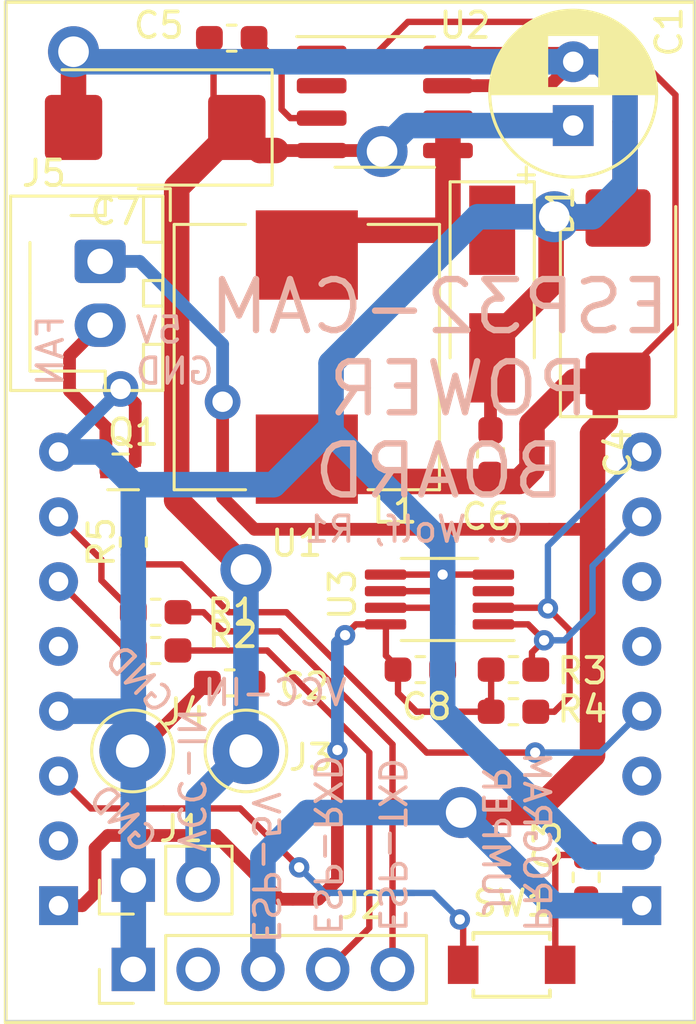
<source format=kicad_pcb>
(kicad_pcb (version 20171130) (host pcbnew "(5.1.6)-1")

  (general
    (thickness 1.6)
    (drawings 16)
    (tracks 247)
    (zones 0)
    (modules 25)
    (nets 25)
  )

  (page A4)
  (layers
    (0 F.Cu signal)
    (31 B.Cu signal)
    (32 B.Adhes user hide)
    (33 F.Adhes user hide)
    (34 B.Paste user hide)
    (35 F.Paste user hide)
    (36 B.SilkS user)
    (37 F.SilkS user)
    (38 B.Mask user hide)
    (39 F.Mask user hide)
    (40 Dwgs.User user hide)
    (41 Cmts.User user hide)
    (42 Eco1.User user hide)
    (43 Eco2.User user hide)
    (44 Edge.Cuts user hide)
    (45 Margin user hide)
    (46 B.CrtYd user hide)
    (47 F.CrtYd user hide)
    (48 B.Fab user hide)
    (49 F.Fab user hide)
  )

  (setup
    (last_trace_width 0.25)
    (user_trace_width 0.25)
    (user_trace_width 0.5)
    (user_trace_width 1)
    (user_trace_width 1.5)
    (user_trace_width 2.5)
    (trace_clearance 0.2)
    (zone_clearance 0.508)
    (zone_45_only no)
    (trace_min 0.2)
    (via_size 0.8)
    (via_drill 0.4)
    (via_min_size 0.4)
    (via_min_drill 0.3)
    (uvia_size 0.3)
    (uvia_drill 0.1)
    (uvias_allowed no)
    (uvia_min_size 0.2)
    (uvia_min_drill 0.1)
    (edge_width 0.05)
    (segment_width 0.2)
    (pcb_text_width 0.3)
    (pcb_text_size 1.5 1.5)
    (mod_edge_width 0.12)
    (mod_text_size 1 1)
    (mod_text_width 0.15)
    (pad_size 1.524 1.524)
    (pad_drill 0.762)
    (pad_to_mask_clearance 0.05)
    (aux_axis_origin 0 0)
    (visible_elements 7FFFFFFF)
    (pcbplotparams
      (layerselection 0x010fc_ffffffff)
      (usegerberextensions false)
      (usegerberattributes true)
      (usegerberadvancedattributes true)
      (creategerberjobfile true)
      (excludeedgelayer true)
      (linewidth 0.100000)
      (plotframeref false)
      (viasonmask false)
      (mode 1)
      (useauxorigin false)
      (hpglpennumber 1)
      (hpglpenspeed 20)
      (hpglpendiameter 15.000000)
      (psnegative false)
      (psa4output false)
      (plotreference true)
      (plotvalue true)
      (plotinvisibletext false)
      (padsonsilk false)
      (subtractmaskfromsilk false)
      (outputformat 1)
      (mirror false)
      (drillshape 0)
      (scaleselection 1)
      (outputdirectory "Gerbers"))
  )

  (net 0 "")
  (net 1 VCC)
  (net 2 GND)
  (net 3 +5V)
  (net 4 "Net-(J2-Pad2)")
  (net 5 "Net-(R1-Pad2)")
  (net 6 "Net-(R2-Pad2)")
  (net 7 "Net-(U1-Pad12)")
  (net 8 "Net-(U1-Pad15)")
  (net 9 "Net-(U1-Pad3)")
  (net 10 "Net-(U1-Pad5)")
  (net 11 "Net-(U1-Pad6)")
  (net 12 /TXD)
  (net 13 /RXD)
  (net 14 /PROG)
  (net 15 "Net-(C5-Pad2)")
  (net 16 "Net-(D1-Pad1)")
  (net 17 "Net-(U2-Pad2)")
  (net 18 +3V3)
  (net 19 "Net-(R3-Pad1)")
  (net 20 "Net-(R4-Pad1)")
  (net 21 "Net-(U3-Pad3)")
  (net 22 "Net-(J5-Pad2)")
  (net 23 "Net-(Q1-Pad1)")
  (net 24 "Net-(R5-Pad1)")

  (net_class Default "This is the default net class."
    (clearance 0.2)
    (trace_width 0.25)
    (via_dia 0.8)
    (via_drill 0.4)
    (uvia_dia 0.3)
    (uvia_drill 0.1)
    (add_net +3V3)
    (add_net +5V)
    (add_net /PROG)
    (add_net /RXD)
    (add_net /TXD)
    (add_net GND)
    (add_net "Net-(C5-Pad2)")
    (add_net "Net-(D1-Pad1)")
    (add_net "Net-(J2-Pad2)")
    (add_net "Net-(J5-Pad2)")
    (add_net "Net-(Q1-Pad1)")
    (add_net "Net-(R1-Pad2)")
    (add_net "Net-(R2-Pad2)")
    (add_net "Net-(R3-Pad1)")
    (add_net "Net-(R4-Pad1)")
    (add_net "Net-(R5-Pad1)")
    (add_net "Net-(U1-Pad12)")
    (add_net "Net-(U1-Pad15)")
    (add_net "Net-(U1-Pad3)")
    (add_net "Net-(U1-Pad5)")
    (add_net "Net-(U1-Pad6)")
    (add_net "Net-(U2-Pad2)")
    (add_net "Net-(U3-Pad3)")
    (add_net VCC)
  )

  (module Resistor_SMD:R_0603_1608Metric_Pad1.05x0.95mm_HandSolder (layer F.Cu) (tedit 5B301BBD) (tstamp 5F54EAD6)
    (at 77.5 122.75 90)
    (descr "Resistor SMD 0603 (1608 Metric), square (rectangular) end terminal, IPC_7351 nominal with elongated pad for handsoldering. (Body size source: http://www.tortai-tech.com/upload/download/2011102023233369053.pdf), generated with kicad-footprint-generator")
    (tags "resistor handsolder")
    (path /5F5DF44F)
    (attr smd)
    (fp_text reference R5 (at 0 -1.25 90) (layer F.SilkS)
      (effects (font (size 1 1) (thickness 0.15)))
    )
    (fp_text value 1K (at 0 1.43 90) (layer F.Fab)
      (effects (font (size 1 1) (thickness 0.15)))
    )
    (fp_text user %R (at 0 0 90) (layer F.Fab)
      (effects (font (size 0.4 0.4) (thickness 0.06)))
    )
    (fp_line (start -0.8 0.4) (end -0.8 -0.4) (layer F.Fab) (width 0.1))
    (fp_line (start -0.8 -0.4) (end 0.8 -0.4) (layer F.Fab) (width 0.1))
    (fp_line (start 0.8 -0.4) (end 0.8 0.4) (layer F.Fab) (width 0.1))
    (fp_line (start 0.8 0.4) (end -0.8 0.4) (layer F.Fab) (width 0.1))
    (fp_line (start -0.171267 -0.51) (end 0.171267 -0.51) (layer F.SilkS) (width 0.12))
    (fp_line (start -0.171267 0.51) (end 0.171267 0.51) (layer F.SilkS) (width 0.12))
    (fp_line (start -1.65 0.73) (end -1.65 -0.73) (layer F.CrtYd) (width 0.05))
    (fp_line (start -1.65 -0.73) (end 1.65 -0.73) (layer F.CrtYd) (width 0.05))
    (fp_line (start 1.65 -0.73) (end 1.65 0.73) (layer F.CrtYd) (width 0.05))
    (fp_line (start 1.65 0.73) (end -1.65 0.73) (layer F.CrtYd) (width 0.05))
    (pad 2 smd roundrect (at 0.875 0 90) (size 1.05 0.95) (layers F.Cu F.Paste F.Mask) (roundrect_rratio 0.25)
      (net 23 "Net-(Q1-Pad1)"))
    (pad 1 smd roundrect (at -0.875 0 90) (size 1.05 0.95) (layers F.Cu F.Paste F.Mask) (roundrect_rratio 0.25)
      (net 24 "Net-(R5-Pad1)"))
    (model ${KISYS3DMOD}/Resistor_SMD.3dshapes/R_0603_1608Metric.wrl
      (at (xyz 0 0 0))
      (scale (xyz 1 1 1))
      (rotate (xyz 0 0 0))
    )
  )

  (module Package_TO_SOT_SMD:SOT-723 (layer F.Cu) (tedit 5A29D5F9) (tstamp 5F54EA45)
    (at 77 120 180)
    (descr http://toshiba.semicon-storage.com/info/docget.jsp?did=5879&prodName=RN1104MFV)
    (tags "sot 723")
    (path /5F5DE1E4)
    (attr smd)
    (fp_text reference Q1 (at -0.5 1.55) (layer F.SilkS)
      (effects (font (size 1 1) (thickness 0.15)))
    )
    (fp_text value RUM002N05T2LCT-ND (at 0 1.75) (layer F.Fab)
      (effects (font (size 1 1) (thickness 0.15)))
    )
    (fp_text user %R (at 0 0 90) (layer F.Fab)
      (effects (font (size 0.2 0.2) (thickness 0.03)))
    )
    (fp_line (start 0.4 -0.6) (end 0.4 0.6) (layer F.Fab) (width 0.1))
    (fp_line (start 0.4 0.6) (end -0.4 0.6) (layer F.Fab) (width 0.1))
    (fp_line (start -0.4 0.6) (end -0.4 -0.3) (layer F.Fab) (width 0.1))
    (fp_line (start -0.4 -0.3) (end -0.1 -0.6) (layer F.Fab) (width 0.1))
    (fp_line (start -0.1 -0.6) (end 0.4 -0.6) (layer F.Fab) (width 0.1))
    (fp_line (start 0.5 -0.7) (end -0.7 -0.7) (layer F.SilkS) (width 0.12))
    (fp_line (start -0.7 -0.7) (end -0.7 -0.7) (layer F.SilkS) (width 0.12))
    (fp_line (start 0.3 0.7) (end -0.3 0.7) (layer F.SilkS) (width 0.12))
    (fp_line (start -0.9 -0.9) (end 0.9 -0.9) (layer F.CrtYd) (width 0.05))
    (fp_line (start 0.9 -0.9) (end 0.9 0.9) (layer F.CrtYd) (width 0.05))
    (fp_line (start 0.9 0.9) (end -0.9 0.9) (layer F.CrtYd) (width 0.05))
    (fp_line (start -0.9 0.9) (end -0.9 -0.9) (layer F.CrtYd) (width 0.05))
    (fp_line (start -0.9 -0.9) (end -0.9 -0.9) (layer F.CrtYd) (width 0.05))
    (pad 3 smd rect (at 0.575 0 180) (size 0.45 0.5) (layers F.Cu F.Paste F.Mask)
      (net 22 "Net-(J5-Pad2)"))
    (pad 2 smd rect (at -0.575 0.4 180) (size 0.45 0.4) (layers F.Cu F.Paste F.Mask)
      (net 2 GND))
    (pad 1 smd rect (at -0.575 -0.4 180) (size 0.45 0.4) (layers F.Cu F.Paste F.Mask)
      (net 23 "Net-(Q1-Pad1)"))
    (model ${KISYS3DMOD}/Package_TO_SOT_SMD.3dshapes/SOT-723.wrl
      (at (xyz 0 0 0))
      (scale (xyz 1 1 1))
      (rotate (xyz 0 0 0))
    )
  )

  (module Connector_JST:JST_XH_B2B-XH-AM_1x02_P2.50mm_Vertical (layer F.Cu) (tedit 5C28146E) (tstamp 5F54EA08)
    (at 76.2 111.75 270)
    (descr "JST XH series connector, B2B-XH-AM, with boss (http://www.jst-mfg.com/product/pdf/eng/eXH.pdf), generated with kicad-footprint-generator")
    (tags "connector JST XH vertical boss")
    (path /5F5D8997)
    (fp_text reference J5 (at -3.45 2.2 180) (layer F.SilkS)
      (effects (font (size 1 1) (thickness 0.15)))
    )
    (fp_text value Conn_01x02 (at 1.25 4.6 90) (layer F.Fab)
      (effects (font (size 1 1) (thickness 0.15)))
    )
    (fp_text user %R (at 1.25 2.7 90) (layer F.Fab)
      (effects (font (size 1 1) (thickness 0.15)))
    )
    (fp_line (start -2.45 -2.35) (end -2.45 3.4) (layer F.Fab) (width 0.1))
    (fp_line (start -2.45 3.4) (end 4.95 3.4) (layer F.Fab) (width 0.1))
    (fp_line (start 4.95 3.4) (end 4.95 -2.35) (layer F.Fab) (width 0.1))
    (fp_line (start 4.95 -2.35) (end -2.45 -2.35) (layer F.Fab) (width 0.1))
    (fp_line (start -2.56 -2.46) (end -2.56 3.51) (layer F.SilkS) (width 0.12))
    (fp_line (start -2.56 3.51) (end 5.06 3.51) (layer F.SilkS) (width 0.12))
    (fp_line (start 5.06 3.51) (end 5.06 -2.46) (layer F.SilkS) (width 0.12))
    (fp_line (start 5.06 -2.46) (end -2.56 -2.46) (layer F.SilkS) (width 0.12))
    (fp_line (start -2.95 -2.85) (end -2.95 3.9) (layer F.CrtYd) (width 0.05))
    (fp_line (start -2.95 3.9) (end 5.45 3.9) (layer F.CrtYd) (width 0.05))
    (fp_line (start 5.45 3.9) (end 5.45 -2.85) (layer F.CrtYd) (width 0.05))
    (fp_line (start 5.45 -2.85) (end -2.95 -2.85) (layer F.CrtYd) (width 0.05))
    (fp_line (start -0.625 -2.35) (end 0 -1.35) (layer F.Fab) (width 0.1))
    (fp_line (start 0 -1.35) (end 0.625 -2.35) (layer F.Fab) (width 0.1))
    (fp_line (start 0.75 -2.45) (end 0.75 -1.7) (layer F.SilkS) (width 0.12))
    (fp_line (start 0.75 -1.7) (end 1.75 -1.7) (layer F.SilkS) (width 0.12))
    (fp_line (start 1.75 -1.7) (end 1.75 -2.45) (layer F.SilkS) (width 0.12))
    (fp_line (start 1.75 -2.45) (end 0.75 -2.45) (layer F.SilkS) (width 0.12))
    (fp_line (start -2.55 -2.45) (end -2.55 -1.7) (layer F.SilkS) (width 0.12))
    (fp_line (start -2.55 -1.7) (end -0.75 -1.7) (layer F.SilkS) (width 0.12))
    (fp_line (start -0.75 -1.7) (end -0.75 -2.45) (layer F.SilkS) (width 0.12))
    (fp_line (start -0.75 -2.45) (end -2.55 -2.45) (layer F.SilkS) (width 0.12))
    (fp_line (start 3.25 -2.45) (end 3.25 -1.7) (layer F.SilkS) (width 0.12))
    (fp_line (start 3.25 -1.7) (end 5.05 -1.7) (layer F.SilkS) (width 0.12))
    (fp_line (start 5.05 -1.7) (end 5.05 -2.45) (layer F.SilkS) (width 0.12))
    (fp_line (start 5.05 -2.45) (end 3.25 -2.45) (layer F.SilkS) (width 0.12))
    (fp_line (start -2.55 -0.2) (end -1.8 -0.2) (layer F.SilkS) (width 0.12))
    (fp_line (start -1.8 -0.2) (end -1.8 1.14) (layer F.SilkS) (width 0.12))
    (fp_line (start 1.25 2.75) (end -0.74 2.75) (layer F.SilkS) (width 0.12))
    (fp_line (start 5.05 -0.2) (end 4.3 -0.2) (layer F.SilkS) (width 0.12))
    (fp_line (start 4.3 -0.2) (end 4.3 2.75) (layer F.SilkS) (width 0.12))
    (fp_line (start 4.3 2.75) (end 1.25 2.75) (layer F.SilkS) (width 0.12))
    (fp_line (start -1.6 -2.75) (end -2.85 -2.75) (layer F.SilkS) (width 0.12))
    (fp_line (start -2.85 -2.75) (end -2.85 -1.5) (layer F.SilkS) (width 0.12))
    (pad "" np_thru_hole circle (at -1.6 2 270) (size 1.2 1.2) (drill 1.2) (layers *.Cu *.Mask))
    (pad 2 thru_hole oval (at 2.5 0 270) (size 1.7 2) (drill 1) (layers *.Cu *.Mask)
      (net 22 "Net-(J5-Pad2)"))
    (pad 1 thru_hole roundrect (at 0 0 270) (size 1.7 2) (drill 1) (layers *.Cu *.Mask) (roundrect_rratio 0.147059)
      (net 3 +5V))
    (model ${KISYS3DMOD}/Connector_JST.3dshapes/JST_XH_B2B-XH-AM_1x02_P2.50mm_Vertical.wrl
      (at (xyz 0 0 0))
      (scale (xyz 1 1 1))
      (rotate (xyz 0 0 0))
    )
  )

  (module Package_SO:MSOP-8_3x3mm_P0.65mm (layer F.Cu) (tedit 5E509FDD) (tstamp 5F54BC70)
    (at 89.5 125 180)
    (descr "MSOP, 8 Pin (https://www.jedec.org/system/files/docs/mo-187F.pdf variant AA), generated with kicad-footprint-generator ipc_gullwing_generator.py")
    (tags "MSOP SO")
    (path /5F57294C)
    (attr smd)
    (fp_text reference U3 (at 3.8 0.2 90) (layer F.SilkS)
      (effects (font (size 1 1) (thickness 0.15)))
    )
    (fp_text value LM75B (at 0 2.45) (layer F.Fab)
      (effects (font (size 1 1) (thickness 0.15)))
    )
    (fp_text user %R (at 0 0) (layer F.Fab)
      (effects (font (size 0.75 0.75) (thickness 0.11)))
    )
    (fp_line (start 0 1.61) (end 1.5 1.61) (layer F.SilkS) (width 0.12))
    (fp_line (start 0 1.61) (end -1.5 1.61) (layer F.SilkS) (width 0.12))
    (fp_line (start 0 -1.61) (end 1.5 -1.61) (layer F.SilkS) (width 0.12))
    (fp_line (start 0 -1.61) (end -2.925 -1.61) (layer F.SilkS) (width 0.12))
    (fp_line (start -0.75 -1.5) (end 1.5 -1.5) (layer F.Fab) (width 0.1))
    (fp_line (start 1.5 -1.5) (end 1.5 1.5) (layer F.Fab) (width 0.1))
    (fp_line (start 1.5 1.5) (end -1.5 1.5) (layer F.Fab) (width 0.1))
    (fp_line (start -1.5 1.5) (end -1.5 -0.75) (layer F.Fab) (width 0.1))
    (fp_line (start -1.5 -0.75) (end -0.75 -1.5) (layer F.Fab) (width 0.1))
    (fp_line (start -3.18 -1.75) (end -3.18 1.75) (layer F.CrtYd) (width 0.05))
    (fp_line (start -3.18 1.75) (end 3.18 1.75) (layer F.CrtYd) (width 0.05))
    (fp_line (start 3.18 1.75) (end 3.18 -1.75) (layer F.CrtYd) (width 0.05))
    (fp_line (start 3.18 -1.75) (end -3.18 -1.75) (layer F.CrtYd) (width 0.05))
    (pad 8 smd roundrect (at 2.1125 -0.975 180) (size 1.625 0.4) (layers F.Cu F.Paste F.Mask) (roundrect_rratio 0.25)
      (net 18 +3V3))
    (pad 7 smd roundrect (at 2.1125 -0.325 180) (size 1.625 0.4) (layers F.Cu F.Paste F.Mask) (roundrect_rratio 0.25)
      (net 2 GND))
    (pad 6 smd roundrect (at 2.1125 0.325 180) (size 1.625 0.4) (layers F.Cu F.Paste F.Mask) (roundrect_rratio 0.25)
      (net 2 GND))
    (pad 5 smd roundrect (at 2.1125 0.975 180) (size 1.625 0.4) (layers F.Cu F.Paste F.Mask) (roundrect_rratio 0.25)
      (net 2 GND))
    (pad 4 smd roundrect (at -2.1125 0.975 180) (size 1.625 0.4) (layers F.Cu F.Paste F.Mask) (roundrect_rratio 0.25)
      (net 2 GND))
    (pad 3 smd roundrect (at -2.1125 0.325 180) (size 1.625 0.4) (layers F.Cu F.Paste F.Mask) (roundrect_rratio 0.25)
      (net 21 "Net-(U3-Pad3)"))
    (pad 2 smd roundrect (at -2.1125 -0.325 180) (size 1.625 0.4) (layers F.Cu F.Paste F.Mask) (roundrect_rratio 0.25)
      (net 20 "Net-(R4-Pad1)"))
    (pad 1 smd roundrect (at -2.1125 -0.975 180) (size 1.625 0.4) (layers F.Cu F.Paste F.Mask) (roundrect_rratio 0.25)
      (net 19 "Net-(R3-Pad1)"))
    (model ${KISYS3DMOD}/Package_SO.3dshapes/MSOP-8_3x3mm_P0.65mm.wrl
      (at (xyz 0 0 0))
      (scale (xyz 1 1 1))
      (rotate (xyz 0 0 0))
    )
  )

  (module Resistor_SMD:R_0603_1608Metric_Pad1.05x0.95mm_HandSolder (layer F.Cu) (tedit 5B301BBD) (tstamp 5F54BF02)
    (at 92.4 129.4 180)
    (descr "Resistor SMD 0603 (1608 Metric), square (rectangular) end terminal, IPC_7351 nominal with elongated pad for handsoldering. (Body size source: http://www.tortai-tech.com/upload/download/2011102023233369053.pdf), generated with kicad-footprint-generator")
    (tags "resistor handsolder")
    (path /5F593A71)
    (attr smd)
    (fp_text reference R4 (at -2.7 0.1) (layer F.SilkS)
      (effects (font (size 1 1) (thickness 0.15)))
    )
    (fp_text value 4.7K (at 0 1.43) (layer F.Fab)
      (effects (font (size 1 1) (thickness 0.15)))
    )
    (fp_text user %R (at 0 0) (layer F.Fab)
      (effects (font (size 0.4 0.4) (thickness 0.06)))
    )
    (fp_line (start -0.8 0.4) (end -0.8 -0.4) (layer F.Fab) (width 0.1))
    (fp_line (start -0.8 -0.4) (end 0.8 -0.4) (layer F.Fab) (width 0.1))
    (fp_line (start 0.8 -0.4) (end 0.8 0.4) (layer F.Fab) (width 0.1))
    (fp_line (start 0.8 0.4) (end -0.8 0.4) (layer F.Fab) (width 0.1))
    (fp_line (start -0.171267 -0.51) (end 0.171267 -0.51) (layer F.SilkS) (width 0.12))
    (fp_line (start -0.171267 0.51) (end 0.171267 0.51) (layer F.SilkS) (width 0.12))
    (fp_line (start -1.65 0.73) (end -1.65 -0.73) (layer F.CrtYd) (width 0.05))
    (fp_line (start -1.65 -0.73) (end 1.65 -0.73) (layer F.CrtYd) (width 0.05))
    (fp_line (start 1.65 -0.73) (end 1.65 0.73) (layer F.CrtYd) (width 0.05))
    (fp_line (start 1.65 0.73) (end -1.65 0.73) (layer F.CrtYd) (width 0.05))
    (pad 2 smd roundrect (at 0.875 0 180) (size 1.05 0.95) (layers F.Cu F.Paste F.Mask) (roundrect_rratio 0.25)
      (net 18 +3V3))
    (pad 1 smd roundrect (at -0.875 0 180) (size 1.05 0.95) (layers F.Cu F.Paste F.Mask) (roundrect_rratio 0.25)
      (net 20 "Net-(R4-Pad1)"))
    (model ${KISYS3DMOD}/Resistor_SMD.3dshapes/R_0603_1608Metric.wrl
      (at (xyz 0 0 0))
      (scale (xyz 1 1 1))
      (rotate (xyz 0 0 0))
    )
  )

  (module Resistor_SMD:R_0603_1608Metric_Pad1.05x0.95mm_HandSolder (layer F.Cu) (tedit 5B301BBD) (tstamp 5F54AEA6)
    (at 92.4 127.75 180)
    (descr "Resistor SMD 0603 (1608 Metric), square (rectangular) end terminal, IPC_7351 nominal with elongated pad for handsoldering. (Body size source: http://www.tortai-tech.com/upload/download/2011102023233369053.pdf), generated with kicad-footprint-generator")
    (tags "resistor handsolder")
    (path /5F59193B)
    (attr smd)
    (fp_text reference R3 (at -2.7 -0.05) (layer F.SilkS)
      (effects (font (size 1 1) (thickness 0.15)))
    )
    (fp_text value 4.7K (at 0 1.43) (layer F.Fab)
      (effects (font (size 1 1) (thickness 0.15)))
    )
    (fp_text user %R (at 0 0) (layer F.Fab)
      (effects (font (size 0.4 0.4) (thickness 0.06)))
    )
    (fp_line (start -0.8 0.4) (end -0.8 -0.4) (layer F.Fab) (width 0.1))
    (fp_line (start -0.8 -0.4) (end 0.8 -0.4) (layer F.Fab) (width 0.1))
    (fp_line (start 0.8 -0.4) (end 0.8 0.4) (layer F.Fab) (width 0.1))
    (fp_line (start 0.8 0.4) (end -0.8 0.4) (layer F.Fab) (width 0.1))
    (fp_line (start -0.171267 -0.51) (end 0.171267 -0.51) (layer F.SilkS) (width 0.12))
    (fp_line (start -0.171267 0.51) (end 0.171267 0.51) (layer F.SilkS) (width 0.12))
    (fp_line (start -1.65 0.73) (end -1.65 -0.73) (layer F.CrtYd) (width 0.05))
    (fp_line (start -1.65 -0.73) (end 1.65 -0.73) (layer F.CrtYd) (width 0.05))
    (fp_line (start 1.65 -0.73) (end 1.65 0.73) (layer F.CrtYd) (width 0.05))
    (fp_line (start 1.65 0.73) (end -1.65 0.73) (layer F.CrtYd) (width 0.05))
    (pad 2 smd roundrect (at 0.875 0 180) (size 1.05 0.95) (layers F.Cu F.Paste F.Mask) (roundrect_rratio 0.25)
      (net 18 +3V3))
    (pad 1 smd roundrect (at -0.875 0 180) (size 1.05 0.95) (layers F.Cu F.Paste F.Mask) (roundrect_rratio 0.25)
      (net 19 "Net-(R3-Pad1)"))
    (model ${KISYS3DMOD}/Resistor_SMD.3dshapes/R_0603_1608Metric.wrl
      (at (xyz 0 0 0))
      (scale (xyz 1 1 1))
      (rotate (xyz 0 0 0))
    )
  )

  (module Capacitor_SMD:C_0603_1608Metric_Pad1.05x0.95mm_HandSolder (layer F.Cu) (tedit 5B301BBE) (tstamp 5F54D323)
    (at 88.75 127.75)
    (descr "Capacitor SMD 0603 (1608 Metric), square (rectangular) end terminal, IPC_7351 nominal with elongated pad for handsoldering. (Body size source: http://www.tortai-tech.com/upload/download/2011102023233369053.pdf), generated with kicad-footprint-generator")
    (tags "capacitor handsolder")
    (path /5F573AEE)
    (attr smd)
    (fp_text reference C8 (at 0.25 1.45) (layer F.SilkS)
      (effects (font (size 1 1) (thickness 0.15)))
    )
    (fp_text value "0.1 uF" (at 0 1.43) (layer F.Fab)
      (effects (font (size 1 1) (thickness 0.15)))
    )
    (fp_text user %R (at 0 0) (layer F.Fab)
      (effects (font (size 0.4 0.4) (thickness 0.06)))
    )
    (fp_line (start -0.8 0.4) (end -0.8 -0.4) (layer F.Fab) (width 0.1))
    (fp_line (start -0.8 -0.4) (end 0.8 -0.4) (layer F.Fab) (width 0.1))
    (fp_line (start 0.8 -0.4) (end 0.8 0.4) (layer F.Fab) (width 0.1))
    (fp_line (start 0.8 0.4) (end -0.8 0.4) (layer F.Fab) (width 0.1))
    (fp_line (start -0.171267 -0.51) (end 0.171267 -0.51) (layer F.SilkS) (width 0.12))
    (fp_line (start -0.171267 0.51) (end 0.171267 0.51) (layer F.SilkS) (width 0.12))
    (fp_line (start -1.65 0.73) (end -1.65 -0.73) (layer F.CrtYd) (width 0.05))
    (fp_line (start -1.65 -0.73) (end 1.65 -0.73) (layer F.CrtYd) (width 0.05))
    (fp_line (start 1.65 -0.73) (end 1.65 0.73) (layer F.CrtYd) (width 0.05))
    (fp_line (start 1.65 0.73) (end -1.65 0.73) (layer F.CrtYd) (width 0.05))
    (pad 2 smd roundrect (at 0.875 0) (size 1.05 0.95) (layers F.Cu F.Paste F.Mask) (roundrect_rratio 0.25)
      (net 2 GND))
    (pad 1 smd roundrect (at -0.875 0) (size 1.05 0.95) (layers F.Cu F.Paste F.Mask) (roundrect_rratio 0.25)
      (net 18 +3V3))
    (model ${KISYS3DMOD}/Capacitor_SMD.3dshapes/C_0603_1608Metric.wrl
      (at (xyz 0 0 0))
      (scale (xyz 1 1 1))
      (rotate (xyz 0 0 0))
    )
  )

  (module custom:K2-1823SA-A4DW-06 (layer F.Cu) (tedit 5F535287) (tstamp 5F687A5F)
    (at 92.329 139.319)
    (descr "Korean Hroparts Elec K2-1823SA-A4DW-06 RA SMT Push-Button Switch")
    (path /5F52A2AF)
    (fp_text reference SW1 (at 0 -2.413) (layer F.SilkS)
      (effects (font (size 1 1) (thickness 0.15)))
    )
    (fp_text value SW_Push (at 0 -3.175) (layer F.Fab)
      (effects (font (size 1 1) (thickness 0.15)))
    )
    (fp_line (start 0.75 2) (end 0.75 1.25) (layer Dwgs.User) (width 0.12))
    (fp_line (start -0.75 2) (end 0.75 2) (layer Dwgs.User) (width 0.12))
    (fp_line (start -0.75 1.25) (end -0.75 2) (layer Dwgs.User) (width 0.12))
    (fp_line (start 1.5 -1.25) (end 1.5 -1) (layer F.SilkS) (width 0.15))
    (fp_line (start -1.5 -1.25) (end 1.5 -1.25) (layer F.SilkS) (width 0.15))
    (fp_line (start -1.5 -1) (end -1.5 -1.25) (layer F.SilkS) (width 0.15))
    (fp_line (start -1.5 1.25) (end -1.5 1) (layer F.SilkS) (width 0.15))
    (fp_line (start 1.5 1.25) (end 1.5 1) (layer F.SilkS) (width 0.15))
    (fp_line (start -1.5 1.25) (end 1.5 1.25) (layer F.SilkS) (width 0.15))
    (pad 2 smd rect (at 1.9 0) (size 1.2 1.5) (layers F.Cu F.Paste F.Mask)
      (net 2 GND))
    (pad 1 smd rect (at -1.9 0) (size 1.2 1.5) (layers F.Cu F.Paste F.Mask)
      (net 14 /PROG))
    (pad "" np_thru_hole circle (at 0 0) (size 0.7 0.7) (drill 0.7) (layers *.Cu *.Mask))
  )

  (module Capacitor_Tantalum_SMD:CP_EIA-7343-20_Kemet-V_Pad2.25x2.55mm_HandSolder (layer F.Cu) (tedit 5B301BBE) (tstamp 5F53A1EA)
    (at 78.357 106.5 180)
    (descr "Tantalum Capacitor SMD Kemet-V (7343-20 Metric), IPC_7351 nominal, (Body size from: http://www.kemet.com/Lists/ProductCatalog/Attachments/253/KEM_TC101_STD.pdf), generated with kicad-footprint-generator")
    (tags "capacitor tantalum")
    (path /5F5C3C2C)
    (attr smd)
    (fp_text reference C7 (at 1.557 -3.3) (layer F.SilkS)
      (effects (font (size 1 1) (thickness 0.15)))
    )
    (fp_text value 47uF (at 0 3.1) (layer F.Fab)
      (effects (font (size 1 1) (thickness 0.15)))
    )
    (fp_text user %R (at 0 0) (layer F.Fab)
      (effects (font (size 1 1) (thickness 0.15)))
    )
    (fp_line (start 3.65 -2.15) (end -2.65 -2.15) (layer F.Fab) (width 0.1))
    (fp_line (start -2.65 -2.15) (end -3.65 -1.15) (layer F.Fab) (width 0.1))
    (fp_line (start -3.65 -1.15) (end -3.65 2.15) (layer F.Fab) (width 0.1))
    (fp_line (start -3.65 2.15) (end 3.65 2.15) (layer F.Fab) (width 0.1))
    (fp_line (start 3.65 2.15) (end 3.65 -2.15) (layer F.Fab) (width 0.1))
    (fp_line (start 3.65 -2.26) (end -4.585 -2.26) (layer F.SilkS) (width 0.12))
    (fp_line (start -4.585 -2.26) (end -4.585 2.26) (layer F.SilkS) (width 0.12))
    (fp_line (start -4.585 2.26) (end 3.65 2.26) (layer F.SilkS) (width 0.12))
    (fp_line (start -4.58 2.4) (end -4.58 -2.4) (layer F.CrtYd) (width 0.05))
    (fp_line (start -4.58 -2.4) (end 4.58 -2.4) (layer F.CrtYd) (width 0.05))
    (fp_line (start 4.58 -2.4) (end 4.58 2.4) (layer F.CrtYd) (width 0.05))
    (fp_line (start 4.58 2.4) (end -4.58 2.4) (layer F.CrtYd) (width 0.05))
    (pad 2 smd roundrect (at 3.2 0 180) (size 2.25 2.55) (layers F.Cu F.Paste F.Mask) (roundrect_rratio 0.111111)
      (net 2 GND))
    (pad 1 smd roundrect (at -3.2 0 180) (size 2.25 2.55) (layers F.Cu F.Paste F.Mask) (roundrect_rratio 0.111111)
      (net 1 VCC))
    (model ${KISYS3DMOD}/Capacitor_Tantalum_SMD.3dshapes/CP_EIA-7343-20_Kemet-V.wrl
      (at (xyz 0 0 0))
      (scale (xyz 1 1 1))
      (rotate (xyz 0 0 0))
    )
  )

  (module Capacitor_THT:CP_Radial_D6.3mm_P2.50mm (layer F.Cu) (tedit 5AE50EF0) (tstamp 5F538220)
    (at 94.742 106.426 90)
    (descr "CP, Radial series, Radial, pin pitch=2.50mm, , diameter=6.3mm, Electrolytic Capacitor")
    (tags "CP Radial series Radial pin pitch 2.50mm  diameter 6.3mm Electrolytic Capacitor")
    (path /5F5409F2)
    (fp_text reference C1 (at 3.676 3.758 90) (layer F.SilkS)
      (effects (font (size 1 1) (thickness 0.15)))
    )
    (fp_text value 47uF (at 1.25 4.4 90) (layer F.Fab)
      (effects (font (size 1 1) (thickness 0.15)))
    )
    (fp_text user %R (at 1.25 0 90) (layer F.Fab)
      (effects (font (size 1 1) (thickness 0.15)))
    )
    (fp_circle (center 1.25 0) (end 4.4 0) (layer F.Fab) (width 0.1))
    (fp_circle (center 1.25 0) (end 4.52 0) (layer F.SilkS) (width 0.12))
    (fp_circle (center 1.25 0) (end 4.65 0) (layer F.CrtYd) (width 0.05))
    (fp_line (start -1.443972 -1.3735) (end -0.813972 -1.3735) (layer F.Fab) (width 0.1))
    (fp_line (start -1.128972 -1.6885) (end -1.128972 -1.0585) (layer F.Fab) (width 0.1))
    (fp_line (start 1.25 -3.23) (end 1.25 3.23) (layer F.SilkS) (width 0.12))
    (fp_line (start 1.29 -3.23) (end 1.29 3.23) (layer F.SilkS) (width 0.12))
    (fp_line (start 1.33 -3.23) (end 1.33 3.23) (layer F.SilkS) (width 0.12))
    (fp_line (start 1.37 -3.228) (end 1.37 3.228) (layer F.SilkS) (width 0.12))
    (fp_line (start 1.41 -3.227) (end 1.41 3.227) (layer F.SilkS) (width 0.12))
    (fp_line (start 1.45 -3.224) (end 1.45 3.224) (layer F.SilkS) (width 0.12))
    (fp_line (start 1.49 -3.222) (end 1.49 -1.04) (layer F.SilkS) (width 0.12))
    (fp_line (start 1.49 1.04) (end 1.49 3.222) (layer F.SilkS) (width 0.12))
    (fp_line (start 1.53 -3.218) (end 1.53 -1.04) (layer F.SilkS) (width 0.12))
    (fp_line (start 1.53 1.04) (end 1.53 3.218) (layer F.SilkS) (width 0.12))
    (fp_line (start 1.57 -3.215) (end 1.57 -1.04) (layer F.SilkS) (width 0.12))
    (fp_line (start 1.57 1.04) (end 1.57 3.215) (layer F.SilkS) (width 0.12))
    (fp_line (start 1.61 -3.211) (end 1.61 -1.04) (layer F.SilkS) (width 0.12))
    (fp_line (start 1.61 1.04) (end 1.61 3.211) (layer F.SilkS) (width 0.12))
    (fp_line (start 1.65 -3.206) (end 1.65 -1.04) (layer F.SilkS) (width 0.12))
    (fp_line (start 1.65 1.04) (end 1.65 3.206) (layer F.SilkS) (width 0.12))
    (fp_line (start 1.69 -3.201) (end 1.69 -1.04) (layer F.SilkS) (width 0.12))
    (fp_line (start 1.69 1.04) (end 1.69 3.201) (layer F.SilkS) (width 0.12))
    (fp_line (start 1.73 -3.195) (end 1.73 -1.04) (layer F.SilkS) (width 0.12))
    (fp_line (start 1.73 1.04) (end 1.73 3.195) (layer F.SilkS) (width 0.12))
    (fp_line (start 1.77 -3.189) (end 1.77 -1.04) (layer F.SilkS) (width 0.12))
    (fp_line (start 1.77 1.04) (end 1.77 3.189) (layer F.SilkS) (width 0.12))
    (fp_line (start 1.81 -3.182) (end 1.81 -1.04) (layer F.SilkS) (width 0.12))
    (fp_line (start 1.81 1.04) (end 1.81 3.182) (layer F.SilkS) (width 0.12))
    (fp_line (start 1.85 -3.175) (end 1.85 -1.04) (layer F.SilkS) (width 0.12))
    (fp_line (start 1.85 1.04) (end 1.85 3.175) (layer F.SilkS) (width 0.12))
    (fp_line (start 1.89 -3.167) (end 1.89 -1.04) (layer F.SilkS) (width 0.12))
    (fp_line (start 1.89 1.04) (end 1.89 3.167) (layer F.SilkS) (width 0.12))
    (fp_line (start 1.93 -3.159) (end 1.93 -1.04) (layer F.SilkS) (width 0.12))
    (fp_line (start 1.93 1.04) (end 1.93 3.159) (layer F.SilkS) (width 0.12))
    (fp_line (start 1.971 -3.15) (end 1.971 -1.04) (layer F.SilkS) (width 0.12))
    (fp_line (start 1.971 1.04) (end 1.971 3.15) (layer F.SilkS) (width 0.12))
    (fp_line (start 2.011 -3.141) (end 2.011 -1.04) (layer F.SilkS) (width 0.12))
    (fp_line (start 2.011 1.04) (end 2.011 3.141) (layer F.SilkS) (width 0.12))
    (fp_line (start 2.051 -3.131) (end 2.051 -1.04) (layer F.SilkS) (width 0.12))
    (fp_line (start 2.051 1.04) (end 2.051 3.131) (layer F.SilkS) (width 0.12))
    (fp_line (start 2.091 -3.121) (end 2.091 -1.04) (layer F.SilkS) (width 0.12))
    (fp_line (start 2.091 1.04) (end 2.091 3.121) (layer F.SilkS) (width 0.12))
    (fp_line (start 2.131 -3.11) (end 2.131 -1.04) (layer F.SilkS) (width 0.12))
    (fp_line (start 2.131 1.04) (end 2.131 3.11) (layer F.SilkS) (width 0.12))
    (fp_line (start 2.171 -3.098) (end 2.171 -1.04) (layer F.SilkS) (width 0.12))
    (fp_line (start 2.171 1.04) (end 2.171 3.098) (layer F.SilkS) (width 0.12))
    (fp_line (start 2.211 -3.086) (end 2.211 -1.04) (layer F.SilkS) (width 0.12))
    (fp_line (start 2.211 1.04) (end 2.211 3.086) (layer F.SilkS) (width 0.12))
    (fp_line (start 2.251 -3.074) (end 2.251 -1.04) (layer F.SilkS) (width 0.12))
    (fp_line (start 2.251 1.04) (end 2.251 3.074) (layer F.SilkS) (width 0.12))
    (fp_line (start 2.291 -3.061) (end 2.291 -1.04) (layer F.SilkS) (width 0.12))
    (fp_line (start 2.291 1.04) (end 2.291 3.061) (layer F.SilkS) (width 0.12))
    (fp_line (start 2.331 -3.047) (end 2.331 -1.04) (layer F.SilkS) (width 0.12))
    (fp_line (start 2.331 1.04) (end 2.331 3.047) (layer F.SilkS) (width 0.12))
    (fp_line (start 2.371 -3.033) (end 2.371 -1.04) (layer F.SilkS) (width 0.12))
    (fp_line (start 2.371 1.04) (end 2.371 3.033) (layer F.SilkS) (width 0.12))
    (fp_line (start 2.411 -3.018) (end 2.411 -1.04) (layer F.SilkS) (width 0.12))
    (fp_line (start 2.411 1.04) (end 2.411 3.018) (layer F.SilkS) (width 0.12))
    (fp_line (start 2.451 -3.002) (end 2.451 -1.04) (layer F.SilkS) (width 0.12))
    (fp_line (start 2.451 1.04) (end 2.451 3.002) (layer F.SilkS) (width 0.12))
    (fp_line (start 2.491 -2.986) (end 2.491 -1.04) (layer F.SilkS) (width 0.12))
    (fp_line (start 2.491 1.04) (end 2.491 2.986) (layer F.SilkS) (width 0.12))
    (fp_line (start 2.531 -2.97) (end 2.531 -1.04) (layer F.SilkS) (width 0.12))
    (fp_line (start 2.531 1.04) (end 2.531 2.97) (layer F.SilkS) (width 0.12))
    (fp_line (start 2.571 -2.952) (end 2.571 -1.04) (layer F.SilkS) (width 0.12))
    (fp_line (start 2.571 1.04) (end 2.571 2.952) (layer F.SilkS) (width 0.12))
    (fp_line (start 2.611 -2.934) (end 2.611 -1.04) (layer F.SilkS) (width 0.12))
    (fp_line (start 2.611 1.04) (end 2.611 2.934) (layer F.SilkS) (width 0.12))
    (fp_line (start 2.651 -2.916) (end 2.651 -1.04) (layer F.SilkS) (width 0.12))
    (fp_line (start 2.651 1.04) (end 2.651 2.916) (layer F.SilkS) (width 0.12))
    (fp_line (start 2.691 -2.896) (end 2.691 -1.04) (layer F.SilkS) (width 0.12))
    (fp_line (start 2.691 1.04) (end 2.691 2.896) (layer F.SilkS) (width 0.12))
    (fp_line (start 2.731 -2.876) (end 2.731 -1.04) (layer F.SilkS) (width 0.12))
    (fp_line (start 2.731 1.04) (end 2.731 2.876) (layer F.SilkS) (width 0.12))
    (fp_line (start 2.771 -2.856) (end 2.771 -1.04) (layer F.SilkS) (width 0.12))
    (fp_line (start 2.771 1.04) (end 2.771 2.856) (layer F.SilkS) (width 0.12))
    (fp_line (start 2.811 -2.834) (end 2.811 -1.04) (layer F.SilkS) (width 0.12))
    (fp_line (start 2.811 1.04) (end 2.811 2.834) (layer F.SilkS) (width 0.12))
    (fp_line (start 2.851 -2.812) (end 2.851 -1.04) (layer F.SilkS) (width 0.12))
    (fp_line (start 2.851 1.04) (end 2.851 2.812) (layer F.SilkS) (width 0.12))
    (fp_line (start 2.891 -2.79) (end 2.891 -1.04) (layer F.SilkS) (width 0.12))
    (fp_line (start 2.891 1.04) (end 2.891 2.79) (layer F.SilkS) (width 0.12))
    (fp_line (start 2.931 -2.766) (end 2.931 -1.04) (layer F.SilkS) (width 0.12))
    (fp_line (start 2.931 1.04) (end 2.931 2.766) (layer F.SilkS) (width 0.12))
    (fp_line (start 2.971 -2.742) (end 2.971 -1.04) (layer F.SilkS) (width 0.12))
    (fp_line (start 2.971 1.04) (end 2.971 2.742) (layer F.SilkS) (width 0.12))
    (fp_line (start 3.011 -2.716) (end 3.011 -1.04) (layer F.SilkS) (width 0.12))
    (fp_line (start 3.011 1.04) (end 3.011 2.716) (layer F.SilkS) (width 0.12))
    (fp_line (start 3.051 -2.69) (end 3.051 -1.04) (layer F.SilkS) (width 0.12))
    (fp_line (start 3.051 1.04) (end 3.051 2.69) (layer F.SilkS) (width 0.12))
    (fp_line (start 3.091 -2.664) (end 3.091 -1.04) (layer F.SilkS) (width 0.12))
    (fp_line (start 3.091 1.04) (end 3.091 2.664) (layer F.SilkS) (width 0.12))
    (fp_line (start 3.131 -2.636) (end 3.131 -1.04) (layer F.SilkS) (width 0.12))
    (fp_line (start 3.131 1.04) (end 3.131 2.636) (layer F.SilkS) (width 0.12))
    (fp_line (start 3.171 -2.607) (end 3.171 -1.04) (layer F.SilkS) (width 0.12))
    (fp_line (start 3.171 1.04) (end 3.171 2.607) (layer F.SilkS) (width 0.12))
    (fp_line (start 3.211 -2.578) (end 3.211 -1.04) (layer F.SilkS) (width 0.12))
    (fp_line (start 3.211 1.04) (end 3.211 2.578) (layer F.SilkS) (width 0.12))
    (fp_line (start 3.251 -2.548) (end 3.251 -1.04) (layer F.SilkS) (width 0.12))
    (fp_line (start 3.251 1.04) (end 3.251 2.548) (layer F.SilkS) (width 0.12))
    (fp_line (start 3.291 -2.516) (end 3.291 -1.04) (layer F.SilkS) (width 0.12))
    (fp_line (start 3.291 1.04) (end 3.291 2.516) (layer F.SilkS) (width 0.12))
    (fp_line (start 3.331 -2.484) (end 3.331 -1.04) (layer F.SilkS) (width 0.12))
    (fp_line (start 3.331 1.04) (end 3.331 2.484) (layer F.SilkS) (width 0.12))
    (fp_line (start 3.371 -2.45) (end 3.371 -1.04) (layer F.SilkS) (width 0.12))
    (fp_line (start 3.371 1.04) (end 3.371 2.45) (layer F.SilkS) (width 0.12))
    (fp_line (start 3.411 -2.416) (end 3.411 -1.04) (layer F.SilkS) (width 0.12))
    (fp_line (start 3.411 1.04) (end 3.411 2.416) (layer F.SilkS) (width 0.12))
    (fp_line (start 3.451 -2.38) (end 3.451 -1.04) (layer F.SilkS) (width 0.12))
    (fp_line (start 3.451 1.04) (end 3.451 2.38) (layer F.SilkS) (width 0.12))
    (fp_line (start 3.491 -2.343) (end 3.491 -1.04) (layer F.SilkS) (width 0.12))
    (fp_line (start 3.491 1.04) (end 3.491 2.343) (layer F.SilkS) (width 0.12))
    (fp_line (start 3.531 -2.305) (end 3.531 -1.04) (layer F.SilkS) (width 0.12))
    (fp_line (start 3.531 1.04) (end 3.531 2.305) (layer F.SilkS) (width 0.12))
    (fp_line (start 3.571 -2.265) (end 3.571 2.265) (layer F.SilkS) (width 0.12))
    (fp_line (start 3.611 -2.224) (end 3.611 2.224) (layer F.SilkS) (width 0.12))
    (fp_line (start 3.651 -2.182) (end 3.651 2.182) (layer F.SilkS) (width 0.12))
    (fp_line (start 3.691 -2.137) (end 3.691 2.137) (layer F.SilkS) (width 0.12))
    (fp_line (start 3.731 -2.092) (end 3.731 2.092) (layer F.SilkS) (width 0.12))
    (fp_line (start 3.771 -2.044) (end 3.771 2.044) (layer F.SilkS) (width 0.12))
    (fp_line (start 3.811 -1.995) (end 3.811 1.995) (layer F.SilkS) (width 0.12))
    (fp_line (start 3.851 -1.944) (end 3.851 1.944) (layer F.SilkS) (width 0.12))
    (fp_line (start 3.891 -1.89) (end 3.891 1.89) (layer F.SilkS) (width 0.12))
    (fp_line (start 3.931 -1.834) (end 3.931 1.834) (layer F.SilkS) (width 0.12))
    (fp_line (start 3.971 -1.776) (end 3.971 1.776) (layer F.SilkS) (width 0.12))
    (fp_line (start 4.011 -1.714) (end 4.011 1.714) (layer F.SilkS) (width 0.12))
    (fp_line (start 4.051 -1.65) (end 4.051 1.65) (layer F.SilkS) (width 0.12))
    (fp_line (start 4.091 -1.581) (end 4.091 1.581) (layer F.SilkS) (width 0.12))
    (fp_line (start 4.131 -1.509) (end 4.131 1.509) (layer F.SilkS) (width 0.12))
    (fp_line (start 4.171 -1.432) (end 4.171 1.432) (layer F.SilkS) (width 0.12))
    (fp_line (start 4.211 -1.35) (end 4.211 1.35) (layer F.SilkS) (width 0.12))
    (fp_line (start 4.251 -1.262) (end 4.251 1.262) (layer F.SilkS) (width 0.12))
    (fp_line (start 4.291 -1.165) (end 4.291 1.165) (layer F.SilkS) (width 0.12))
    (fp_line (start 4.331 -1.059) (end 4.331 1.059) (layer F.SilkS) (width 0.12))
    (fp_line (start 4.371 -0.94) (end 4.371 0.94) (layer F.SilkS) (width 0.12))
    (fp_line (start 4.411 -0.802) (end 4.411 0.802) (layer F.SilkS) (width 0.12))
    (fp_line (start 4.451 -0.633) (end 4.451 0.633) (layer F.SilkS) (width 0.12))
    (fp_line (start 4.491 -0.402) (end 4.491 0.402) (layer F.SilkS) (width 0.12))
    (fp_line (start -2.250241 -1.839) (end -1.620241 -1.839) (layer F.SilkS) (width 0.12))
    (fp_line (start -1.935241 -2.154) (end -1.935241 -1.524) (layer F.SilkS) (width 0.12))
    (pad 2 thru_hole circle (at 2.5 0 90) (size 1.6 1.6) (drill 0.8) (layers *.Cu *.Mask)
      (net 2 GND))
    (pad 1 thru_hole rect (at 0 0 90) (size 1.6 1.6) (drill 0.8) (layers *.Cu *.Mask)
      (net 1 VCC))
    (model ${KISYS3DMOD}/Capacitor_THT.3dshapes/CP_Radial_D6.3mm_P2.50mm.wrl
      (at (xyz 0 0 0))
      (scale (xyz 1 1 1))
      (rotate (xyz 0 0 0))
    )
  )

  (module Capacitor_Tantalum_SMD:CP_EIA-7343-20_Kemet-V_Pad2.25x2.55mm_HandSolder (layer F.Cu) (tedit 5B301BBE) (tstamp 5F550781)
    (at 96.5 113.25 90)
    (descr "Tantalum Capacitor SMD Kemet-V (7343-20 Metric), IPC_7351 nominal, (Body size from: http://www.kemet.com/Lists/ProductCatalog/Attachments/253/KEM_TC101_STD.pdf), generated with kicad-footprint-generator")
    (tags "capacitor tantalum")
    (path /5F541A1E)
    (attr smd)
    (fp_text reference C4 (at -6 0 90) (layer F.SilkS)
      (effects (font (size 1 1) (thickness 0.15)))
    )
    (fp_text value 100uF (at 0 3.1 90) (layer F.Fab)
      (effects (font (size 1 1) (thickness 0.15)))
    )
    (fp_text user %R (at 0 0 90) (layer F.Fab)
      (effects (font (size 1 1) (thickness 0.15)))
    )
    (fp_line (start 3.65 -2.15) (end -2.65 -2.15) (layer F.Fab) (width 0.1))
    (fp_line (start -2.65 -2.15) (end -3.65 -1.15) (layer F.Fab) (width 0.1))
    (fp_line (start -3.65 -1.15) (end -3.65 2.15) (layer F.Fab) (width 0.1))
    (fp_line (start -3.65 2.15) (end 3.65 2.15) (layer F.Fab) (width 0.1))
    (fp_line (start 3.65 2.15) (end 3.65 -2.15) (layer F.Fab) (width 0.1))
    (fp_line (start 3.65 -2.26) (end -4.585 -2.26) (layer F.SilkS) (width 0.12))
    (fp_line (start -4.585 -2.26) (end -4.585 2.26) (layer F.SilkS) (width 0.12))
    (fp_line (start -4.585 2.26) (end 3.65 2.26) (layer F.SilkS) (width 0.12))
    (fp_line (start -4.58 2.4) (end -4.58 -2.4) (layer F.CrtYd) (width 0.05))
    (fp_line (start -4.58 -2.4) (end 4.58 -2.4) (layer F.CrtYd) (width 0.05))
    (fp_line (start 4.58 -2.4) (end 4.58 2.4) (layer F.CrtYd) (width 0.05))
    (fp_line (start 4.58 2.4) (end -4.58 2.4) (layer F.CrtYd) (width 0.05))
    (pad 2 smd roundrect (at 3.2 0 90) (size 2.25 2.55) (layers F.Cu F.Paste F.Mask) (roundrect_rratio 0.111111)
      (net 2 GND))
    (pad 1 smd roundrect (at -3.2 0 90) (size 2.25 2.55) (layers F.Cu F.Paste F.Mask) (roundrect_rratio 0.111111)
      (net 3 +5V))
    (model ${KISYS3DMOD}/Capacitor_Tantalum_SMD.3dshapes/CP_EIA-7343-20_Kemet-V.wrl
      (at (xyz 0 0 0))
      (scale (xyz 1 1 1))
      (rotate (xyz 0 0 0))
    )
  )

  (module Package_SO:SOIC-8_3.9x4.9mm_P1.27mm (layer F.Cu) (tedit 5D9F72B1) (tstamp 5F53A170)
    (at 87.357 105.5)
    (descr "SOIC, 8 Pin (JEDEC MS-012AA, https://www.analog.com/media/en/package-pcb-resources/package/pkg_pdf/soic_narrow-r/r_8.pdf), generated with kicad-footprint-generator ipc_gullwing_generator.py")
    (tags "SOIC SO")
    (path /5F554CA0)
    (attr smd)
    (fp_text reference U2 (at 3.143 -3) (layer F.SilkS)
      (effects (font (size 1 1) (thickness 0.15)))
    )
    (fp_text value XL2001 (at 0 3.4) (layer F.Fab)
      (effects (font (size 1 1) (thickness 0.15)))
    )
    (fp_text user %R (at 0 0) (layer F.Fab)
      (effects (font (size 0.98 0.98) (thickness 0.15)))
    )
    (fp_line (start 0 2.56) (end 1.95 2.56) (layer F.SilkS) (width 0.12))
    (fp_line (start 0 2.56) (end -1.95 2.56) (layer F.SilkS) (width 0.12))
    (fp_line (start 0 -2.56) (end 1.95 -2.56) (layer F.SilkS) (width 0.12))
    (fp_line (start 0 -2.56) (end -3.45 -2.56) (layer F.SilkS) (width 0.12))
    (fp_line (start -0.975 -2.45) (end 1.95 -2.45) (layer F.Fab) (width 0.1))
    (fp_line (start 1.95 -2.45) (end 1.95 2.45) (layer F.Fab) (width 0.1))
    (fp_line (start 1.95 2.45) (end -1.95 2.45) (layer F.Fab) (width 0.1))
    (fp_line (start -1.95 2.45) (end -1.95 -1.475) (layer F.Fab) (width 0.1))
    (fp_line (start -1.95 -1.475) (end -0.975 -2.45) (layer F.Fab) (width 0.1))
    (fp_line (start -3.7 -2.7) (end -3.7 2.7) (layer F.CrtYd) (width 0.05))
    (fp_line (start -3.7 2.7) (end 3.7 2.7) (layer F.CrtYd) (width 0.05))
    (fp_line (start 3.7 2.7) (end 3.7 -2.7) (layer F.CrtYd) (width 0.05))
    (fp_line (start 3.7 -2.7) (end -3.7 -2.7) (layer F.CrtYd) (width 0.05))
    (pad 8 smd roundrect (at 2.475 -1.905) (size 1.95 0.6) (layers F.Cu F.Paste F.Mask) (roundrect_rratio 0.25)
      (net 2 GND))
    (pad 7 smd roundrect (at 2.475 -0.635) (size 1.95 0.6) (layers F.Cu F.Paste F.Mask) (roundrect_rratio 0.25)
      (net 2 GND))
    (pad 6 smd roundrect (at 2.475 0.635) (size 1.95 0.6) (layers F.Cu F.Paste F.Mask) (roundrect_rratio 0.25)
      (net 16 "Net-(D1-Pad1)"))
    (pad 5 smd roundrect (at 2.475 1.905) (size 1.95 0.6) (layers F.Cu F.Paste F.Mask) (roundrect_rratio 0.25)
      (net 16 "Net-(D1-Pad1)"))
    (pad 4 smd roundrect (at -2.475 1.905) (size 1.95 0.6) (layers F.Cu F.Paste F.Mask) (roundrect_rratio 0.25)
      (net 1 VCC))
    (pad 3 smd roundrect (at -2.475 0.635) (size 1.95 0.6) (layers F.Cu F.Paste F.Mask) (roundrect_rratio 0.25)
      (net 15 "Net-(C5-Pad2)"))
    (pad 2 smd roundrect (at -2.475 -0.635) (size 1.95 0.6) (layers F.Cu F.Paste F.Mask) (roundrect_rratio 0.25)
      (net 17 "Net-(U2-Pad2)"))
    (pad 1 smd roundrect (at -2.475 -1.905) (size 1.95 0.6) (layers F.Cu F.Paste F.Mask) (roundrect_rratio 0.25)
      (net 3 +5V))
    (model ${KISYS3DMOD}/Package_SO.3dshapes/SOIC-8_3.9x4.9mm_P1.27mm.wrl
      (at (xyz 0 0 0))
      (scale (xyz 1 1 1))
      (rotate (xyz 0 0 0))
    )
  )

  (module Inductor_SMD:L_Wuerth_HCI-1040 (layer F.Cu) (tedit 5990349D) (tstamp 5F55070A)
    (at 84.3 115.5 270)
    (descr "Inductor, Wuerth Elektronik, Wuerth_HCI-1040, 10.2mmx10.2mm")
    (tags "inductor Wuerth hci smd")
    (path /5F591905)
    (attr smd)
    (fp_text reference L1 (at 6 -3.45 180) (layer F.SilkS)
      (effects (font (size 1 1) (thickness 0.15)))
    )
    (fp_text value 47uH/3A (at 0 6.6 90) (layer F.Fab)
      (effects (font (size 1 1) (thickness 0.15)))
    )
    (fp_text user %R (at 0 0 90) (layer F.Fab)
      (effects (font (size 1 1) (thickness 0.15)))
    )
    (fp_line (start -5.1 -5.1) (end -5.1 5.1) (layer F.Fab) (width 0.1))
    (fp_line (start -5.1 5.1) (end 5.1 5.1) (layer F.Fab) (width 0.1))
    (fp_line (start 5.1 5.1) (end 5.1 -5.1) (layer F.Fab) (width 0.1))
    (fp_line (start 5.1 -5.1) (end -5.1 -5.1) (layer F.Fab) (width 0.1))
    (fp_line (start -6 -5.35) (end -6 5.35) (layer F.CrtYd) (width 0.05))
    (fp_line (start -6 5.35) (end 6 5.35) (layer F.CrtYd) (width 0.05))
    (fp_line (start 6 5.35) (end 6 -5.35) (layer F.CrtYd) (width 0.05))
    (fp_line (start 6 -5.35) (end -6 -5.35) (layer F.CrtYd) (width 0.05))
    (fp_line (start -5.2 2.4) (end -5.2 5.2) (layer F.SilkS) (width 0.12))
    (fp_line (start -5.2 5.2) (end 5.2 5.2) (layer F.SilkS) (width 0.12))
    (fp_line (start 5.2 5.2) (end 5.2 2.4) (layer F.SilkS) (width 0.12))
    (fp_line (start -5.2 -2.4) (end -5.2 -5.2) (layer F.SilkS) (width 0.12))
    (fp_line (start -5.2 -5.2) (end 5.2 -5.2) (layer F.SilkS) (width 0.12))
    (fp_line (start 5.2 -5.2) (end 5.2 -2.4) (layer F.SilkS) (width 0.12))
    (pad 2 smd rect (at 4 0 270) (size 3.5 4) (layers F.Cu F.Paste F.Mask)
      (net 3 +5V))
    (pad 1 smd rect (at -4 0 270) (size 3.5 4) (layers F.Cu F.Paste F.Mask)
      (net 16 "Net-(D1-Pad1)"))
    (model ${KISYS3DMOD}/Inductor_SMD.3dshapes/L_Wuerth_HCI-1040.wrl
      (at (xyz 0 0 0))
      (scale (xyz 1 1 1))
      (rotate (xyz 0 0 0))
    )
  )

  (module Diode_SMD:D_SMA_Handsoldering (layer F.Cu) (tedit 58643398) (tstamp 5F53A0C9)
    (at 91.567 113.03 270)
    (descr "Diode SMA (DO-214AC) Handsoldering")
    (tags "Diode SMA (DO-214AC) Handsoldering")
    (path /5F58B673)
    (attr smd)
    (fp_text reference D1 (at -3.28 -2.683 90) (layer F.SilkS)
      (effects (font (size 1 1) (thickness 0.15)))
    )
    (fp_text value SS36 (at 0 2.6 90) (layer F.Fab)
      (effects (font (size 1 1) (thickness 0.15)))
    )
    (fp_text user %R (at 0 -2.5 90) (layer F.Fab)
      (effects (font (size 1 1) (thickness 0.15)))
    )
    (fp_line (start -4.4 -1.65) (end -4.4 1.65) (layer F.SilkS) (width 0.12))
    (fp_line (start 2.3 1.5) (end -2.3 1.5) (layer F.Fab) (width 0.1))
    (fp_line (start -2.3 1.5) (end -2.3 -1.5) (layer F.Fab) (width 0.1))
    (fp_line (start 2.3 -1.5) (end 2.3 1.5) (layer F.Fab) (width 0.1))
    (fp_line (start 2.3 -1.5) (end -2.3 -1.5) (layer F.Fab) (width 0.1))
    (fp_line (start -4.5 -1.75) (end 4.5 -1.75) (layer F.CrtYd) (width 0.05))
    (fp_line (start 4.5 -1.75) (end 4.5 1.75) (layer F.CrtYd) (width 0.05))
    (fp_line (start 4.5 1.75) (end -4.5 1.75) (layer F.CrtYd) (width 0.05))
    (fp_line (start -4.5 1.75) (end -4.5 -1.75) (layer F.CrtYd) (width 0.05))
    (fp_line (start -0.64944 0.00102) (end -1.55114 0.00102) (layer F.Fab) (width 0.1))
    (fp_line (start 0.50118 0.00102) (end 1.4994 0.00102) (layer F.Fab) (width 0.1))
    (fp_line (start -0.64944 -0.79908) (end -0.64944 0.80112) (layer F.Fab) (width 0.1))
    (fp_line (start 0.50118 0.75032) (end 0.50118 -0.79908) (layer F.Fab) (width 0.1))
    (fp_line (start -0.64944 0.00102) (end 0.50118 0.75032) (layer F.Fab) (width 0.1))
    (fp_line (start -0.64944 0.00102) (end 0.50118 -0.79908) (layer F.Fab) (width 0.1))
    (fp_line (start -4.4 1.65) (end 2.5 1.65) (layer F.SilkS) (width 0.12))
    (fp_line (start -4.4 -1.65) (end 2.5 -1.65) (layer F.SilkS) (width 0.12))
    (pad 2 smd rect (at 2.5 0 270) (size 3.5 1.8) (layers F.Cu F.Paste F.Mask)
      (net 2 GND))
    (pad 1 smd rect (at -2.5 0 270) (size 3.5 1.8) (layers F.Cu F.Paste F.Mask)
      (net 16 "Net-(D1-Pad1)"))
    (model ${KISYS3DMOD}/Diode_SMD.3dshapes/D_SMA.wrl
      (at (xyz 0 0 0))
      (scale (xyz 1 1 1))
      (rotate (xyz 0 0 0))
    )
  )

  (module Capacitor_SMD:C_0603_1608Metric_Pad1.05x0.95mm_HandSolder (layer F.Cu) (tedit 5B301BBE) (tstamp 5F53A4D6)
    (at 91.5 119.25 90)
    (descr "Capacitor SMD 0603 (1608 Metric), square (rectangular) end terminal, IPC_7351 nominal with elongated pad for handsoldering. (Body size source: http://www.tortai-tech.com/upload/download/2011102023233369053.pdf), generated with kicad-footprint-generator")
    (tags "capacitor handsolder")
    (path /5F5AD4E1)
    (attr smd)
    (fp_text reference C6 (at -2.5 -0.157 180) (layer F.SilkS)
      (effects (font (size 1 1) (thickness 0.15)))
    )
    (fp_text value "1 uF" (at 0 1.43 90) (layer F.Fab)
      (effects (font (size 1 1) (thickness 0.15)))
    )
    (fp_text user %R (at 0 0 90) (layer F.Fab)
      (effects (font (size 0.4 0.4) (thickness 0.06)))
    )
    (fp_line (start -0.8 0.4) (end -0.8 -0.4) (layer F.Fab) (width 0.1))
    (fp_line (start -0.8 -0.4) (end 0.8 -0.4) (layer F.Fab) (width 0.1))
    (fp_line (start 0.8 -0.4) (end 0.8 0.4) (layer F.Fab) (width 0.1))
    (fp_line (start 0.8 0.4) (end -0.8 0.4) (layer F.Fab) (width 0.1))
    (fp_line (start -0.171267 -0.51) (end 0.171267 -0.51) (layer F.SilkS) (width 0.12))
    (fp_line (start -0.171267 0.51) (end 0.171267 0.51) (layer F.SilkS) (width 0.12))
    (fp_line (start -1.65 0.73) (end -1.65 -0.73) (layer F.CrtYd) (width 0.05))
    (fp_line (start -1.65 -0.73) (end 1.65 -0.73) (layer F.CrtYd) (width 0.05))
    (fp_line (start 1.65 -0.73) (end 1.65 0.73) (layer F.CrtYd) (width 0.05))
    (fp_line (start 1.65 0.73) (end -1.65 0.73) (layer F.CrtYd) (width 0.05))
    (pad 2 smd roundrect (at 0.875 0 90) (size 1.05 0.95) (layers F.Cu F.Paste F.Mask) (roundrect_rratio 0.25)
      (net 2 GND))
    (pad 1 smd roundrect (at -0.875 0 90) (size 1.05 0.95) (layers F.Cu F.Paste F.Mask) (roundrect_rratio 0.25)
      (net 3 +5V))
    (model ${KISYS3DMOD}/Capacitor_SMD.3dshapes/C_0603_1608Metric.wrl
      (at (xyz 0 0 0))
      (scale (xyz 1 1 1))
      (rotate (xyz 0 0 0))
    )
  )

  (module Capacitor_SMD:C_0603_1608Metric_Pad1.05x0.95mm_HandSolder (layer F.Cu) (tedit 5B301BBE) (tstamp 5F53A137)
    (at 81.357 103)
    (descr "Capacitor SMD 0603 (1608 Metric), square (rectangular) end terminal, IPC_7351 nominal with elongated pad for handsoldering. (Body size source: http://www.tortai-tech.com/upload/download/2011102023233369053.pdf), generated with kicad-footprint-generator")
    (tags "capacitor handsolder")
    (path /5F56A30C)
    (attr smd)
    (fp_text reference C5 (at -2.857 -0.5) (layer F.SilkS)
      (effects (font (size 1 1) (thickness 0.15)))
    )
    (fp_text value "1 uF" (at 0 1.43) (layer F.Fab)
      (effects (font (size 1 1) (thickness 0.15)))
    )
    (fp_text user %R (at 0 0) (layer F.Fab)
      (effects (font (size 0.4 0.4) (thickness 0.06)))
    )
    (fp_line (start -0.8 0.4) (end -0.8 -0.4) (layer F.Fab) (width 0.1))
    (fp_line (start -0.8 -0.4) (end 0.8 -0.4) (layer F.Fab) (width 0.1))
    (fp_line (start 0.8 -0.4) (end 0.8 0.4) (layer F.Fab) (width 0.1))
    (fp_line (start 0.8 0.4) (end -0.8 0.4) (layer F.Fab) (width 0.1))
    (fp_line (start -0.171267 -0.51) (end 0.171267 -0.51) (layer F.SilkS) (width 0.12))
    (fp_line (start -0.171267 0.51) (end 0.171267 0.51) (layer F.SilkS) (width 0.12))
    (fp_line (start -1.65 0.73) (end -1.65 -0.73) (layer F.CrtYd) (width 0.05))
    (fp_line (start -1.65 -0.73) (end 1.65 -0.73) (layer F.CrtYd) (width 0.05))
    (fp_line (start 1.65 -0.73) (end 1.65 0.73) (layer F.CrtYd) (width 0.05))
    (fp_line (start 1.65 0.73) (end -1.65 0.73) (layer F.CrtYd) (width 0.05))
    (pad 2 smd roundrect (at 0.875 0) (size 1.05 0.95) (layers F.Cu F.Paste F.Mask) (roundrect_rratio 0.25)
      (net 15 "Net-(C5-Pad2)"))
    (pad 1 smd roundrect (at -0.875 0) (size 1.05 0.95) (layers F.Cu F.Paste F.Mask) (roundrect_rratio 0.25)
      (net 1 VCC))
    (model ${KISYS3DMOD}/Capacitor_SMD.3dshapes/C_0603_1608Metric.wrl
      (at (xyz 0 0 0))
      (scale (xyz 1 1 1))
      (rotate (xyz 0 0 0))
    )
  )

  (module Connector_Pin:Pin_D1.3mm_L11.0mm (layer F.Cu) (tedit 5A1DC085) (tstamp 5F522447)
    (at 77.47 130.937)
    (descr "solder Pin_ diameter 1.3mm, hole diameter 1.3mm, length 11.0mm")
    (tags "solder Pin_ pressfit")
    (path /5F528A76)
    (fp_text reference J4 (at 2.032 -1.524) (layer F.SilkS)
      (effects (font (size 1 1) (thickness 0.15)))
    )
    (fp_text value Conn_01x01 (at 0 -2.05) (layer F.Fab)
      (effects (font (size 1 1) (thickness 0.15)))
    )
    (fp_text user %R (at 0 2.4) (layer F.Fab)
      (effects (font (size 1 1) (thickness 0.15)))
    )
    (fp_circle (center 0 0) (end 1.8 0) (layer F.CrtYd) (width 0.05))
    (fp_circle (center 0 0) (end 0.65 -0.05) (layer F.Fab) (width 0.12))
    (fp_circle (center 0 0) (end 1.25 -0.05) (layer F.Fab) (width 0.12))
    (fp_circle (center 0 0) (end 1.6 0.05) (layer F.SilkS) (width 0.12))
    (pad 1 thru_hole circle (at 0 0) (size 2.6 2.6) (drill 1.3) (layers *.Cu *.Mask)
      (net 2 GND))
    (model ${KISYS3DMOD}/Connector_Pin.3dshapes/Pin_D1.3mm_L11.0mm.wrl
      (at (xyz 0 0 0))
      (scale (xyz 1 1 1))
      (rotate (xyz 0 0 0))
    )
  )

  (module Connector_Pin:Pin_D1.3mm_L11.0mm (layer F.Cu) (tedit 5A1DC085) (tstamp 5F52243D)
    (at 81.915 130.937)
    (descr "solder Pin_ diameter 1.3mm, hole diameter 1.3mm, length 11.0mm")
    (tags "solder Pin_ pressfit")
    (path /5F527CD7)
    (fp_text reference J3 (at 2.54 0.254) (layer F.SilkS)
      (effects (font (size 1 1) (thickness 0.15)))
    )
    (fp_text value Conn_01x01 (at 0 -2.05) (layer F.Fab)
      (effects (font (size 1 1) (thickness 0.15)))
    )
    (fp_text user %R (at 0 2.4) (layer F.Fab)
      (effects (font (size 1 1) (thickness 0.15)))
    )
    (fp_circle (center 0 0) (end 1.8 0) (layer F.CrtYd) (width 0.05))
    (fp_circle (center 0 0) (end 0.65 -0.05) (layer F.Fab) (width 0.12))
    (fp_circle (center 0 0) (end 1.25 -0.05) (layer F.Fab) (width 0.12))
    (fp_circle (center 0 0) (end 1.6 0.05) (layer F.SilkS) (width 0.12))
    (pad 1 thru_hole circle (at 0 0) (size 2.6 2.6) (drill 1.3) (layers *.Cu *.Mask)
      (net 1 VCC))
    (model ${KISYS3DMOD}/Connector_Pin.3dshapes/Pin_D1.3mm_L11.0mm.wrl
      (at (xyz 0 0 0))
      (scale (xyz 1 1 1))
      (rotate (xyz 0 0 0))
    )
  )

  (module Capacitor_SMD:C_0603_1608Metric_Pad1.05x0.95mm_HandSolder (layer F.Cu) (tedit 5B301BBE) (tstamp 5F525C77)
    (at 95.25 135.89 90)
    (descr "Capacitor SMD 0603 (1608 Metric), square (rectangular) end terminal, IPC_7351 nominal with elongated pad for handsoldering. (Body size source: http://www.tortai-tech.com/upload/download/2011102023233369053.pdf), generated with kicad-footprint-generator")
    (tags "capacitor handsolder")
    (path /5F53D7AF)
    (attr smd)
    (fp_text reference C3 (at 1.27 -1.524 90) (layer F.SilkS)
      (effects (font (size 1 1) (thickness 0.15)))
    )
    (fp_text value "1 uF" (at 0 1.43 90) (layer F.Fab)
      (effects (font (size 1 1) (thickness 0.15)))
    )
    (fp_text user %R (at 0 0 90) (layer F.Fab)
      (effects (font (size 0.4 0.4) (thickness 0.06)))
    )
    (fp_line (start -0.8 0.4) (end -0.8 -0.4) (layer F.Fab) (width 0.1))
    (fp_line (start -0.8 -0.4) (end 0.8 -0.4) (layer F.Fab) (width 0.1))
    (fp_line (start 0.8 -0.4) (end 0.8 0.4) (layer F.Fab) (width 0.1))
    (fp_line (start 0.8 0.4) (end -0.8 0.4) (layer F.Fab) (width 0.1))
    (fp_line (start -0.171267 -0.51) (end 0.171267 -0.51) (layer F.SilkS) (width 0.12))
    (fp_line (start -0.171267 0.51) (end 0.171267 0.51) (layer F.SilkS) (width 0.12))
    (fp_line (start -1.65 0.73) (end -1.65 -0.73) (layer F.CrtYd) (width 0.05))
    (fp_line (start -1.65 -0.73) (end 1.65 -0.73) (layer F.CrtYd) (width 0.05))
    (fp_line (start 1.65 -0.73) (end 1.65 0.73) (layer F.CrtYd) (width 0.05))
    (fp_line (start 1.65 0.73) (end -1.65 0.73) (layer F.CrtYd) (width 0.05))
    (pad 2 smd roundrect (at 0.875 0 90) (size 1.05 0.95) (layers F.Cu F.Paste F.Mask) (roundrect_rratio 0.25)
      (net 2 GND))
    (pad 1 smd roundrect (at -0.875 0 90) (size 1.05 0.95) (layers F.Cu F.Paste F.Mask) (roundrect_rratio 0.25)
      (net 3 +5V))
    (model ${KISYS3DMOD}/Capacitor_SMD.3dshapes/C_0603_1608Metric.wrl
      (at (xyz 0 0 0))
      (scale (xyz 1 1 1))
      (rotate (xyz 0 0 0))
    )
  )

  (module Capacitor_SMD:C_0603_1608Metric_Pad1.05x0.95mm_HandSolder (layer F.Cu) (tedit 5B301BBE) (tstamp 5F525C66)
    (at 81.28 128.27 180)
    (descr "Capacitor SMD 0603 (1608 Metric), square (rectangular) end terminal, IPC_7351 nominal with elongated pad for handsoldering. (Body size source: http://www.tortai-tech.com/upload/download/2011102023233369053.pdf), generated with kicad-footprint-generator")
    (tags "capacitor handsolder")
    (path /5F53F0EF)
    (attr smd)
    (fp_text reference C2 (at -2.921 -0.127) (layer F.SilkS)
      (effects (font (size 1 1) (thickness 0.15)))
    )
    (fp_text value "1 uF" (at 0 1.43) (layer F.Fab)
      (effects (font (size 1 1) (thickness 0.15)))
    )
    (fp_text user %R (at 0 0) (layer F.Fab)
      (effects (font (size 0.4 0.4) (thickness 0.06)))
    )
    (fp_line (start -0.8 0.4) (end -0.8 -0.4) (layer F.Fab) (width 0.1))
    (fp_line (start -0.8 -0.4) (end 0.8 -0.4) (layer F.Fab) (width 0.1))
    (fp_line (start 0.8 -0.4) (end 0.8 0.4) (layer F.Fab) (width 0.1))
    (fp_line (start 0.8 0.4) (end -0.8 0.4) (layer F.Fab) (width 0.1))
    (fp_line (start -0.171267 -0.51) (end 0.171267 -0.51) (layer F.SilkS) (width 0.12))
    (fp_line (start -0.171267 0.51) (end 0.171267 0.51) (layer F.SilkS) (width 0.12))
    (fp_line (start -1.65 0.73) (end -1.65 -0.73) (layer F.CrtYd) (width 0.05))
    (fp_line (start -1.65 -0.73) (end 1.65 -0.73) (layer F.CrtYd) (width 0.05))
    (fp_line (start 1.65 -0.73) (end 1.65 0.73) (layer F.CrtYd) (width 0.05))
    (fp_line (start 1.65 0.73) (end -1.65 0.73) (layer F.CrtYd) (width 0.05))
    (pad 2 smd roundrect (at 0.875 0 180) (size 1.05 0.95) (layers F.Cu F.Paste F.Mask) (roundrect_rratio 0.25)
      (net 2 GND))
    (pad 1 smd roundrect (at -0.875 0 180) (size 1.05 0.95) (layers F.Cu F.Paste F.Mask) (roundrect_rratio 0.25)
      (net 1 VCC))
    (model ${KISYS3DMOD}/Capacitor_SMD.3dshapes/C_0603_1608Metric.wrl
      (at (xyz 0 0 0))
      (scale (xyz 1 1 1))
      (rotate (xyz 0 0 0))
    )
  )

  (module custom:ESP32-CAM locked (layer F.Cu) (tedit 5F684AD4) (tstamp 5F539280)
    (at 86 137)
    (path /5F5267EC)
    (fp_text reference U1 (at -2.1 -14.2 180) (layer F.SilkS)
      (effects (font (size 1 1) (thickness 0.15)))
    )
    (fp_text value ESP32-CAM (at 0 12.255 180) (layer F.Fab)
      (effects (font (size 1 1) (thickness 0.15)))
    )
    (fp_text user REF** (at 2 -3 180) (layer F.SilkS) hide
      (effects (font (size 1 1) (thickness 0.15)))
    )
    (fp_line (start -13.5 -35.42) (end -13.5 4.58) (layer F.SilkS) (width 0.15))
    (fp_line (start 13.5 4.58) (end 13.5 -35.42) (layer F.SilkS) (width 0.15))
    (fp_line (start -13.5 -35.42) (end 13.5 -35.42) (layer F.SilkS) (width 0.15))
    (fp_line (start -13.5 4.58) (end 13.5 4.58) (layer F.SilkS) (width 0.15))
    (pad 13 thru_hole circle (at -11.43 -7.62 180) (size 1.524 1.524) (drill 0.762) (layers *.Cu *.Mask)
      (net 2 GND))
    (pad 9 thru_hole circle (at -11.43 -17.78 180) (size 1.524 1.524) (drill 0.762) (layers *.Cu *.Mask)
      (net 2 GND))
    (pad 12 thru_hole circle (at -11.43 -10.16 180) (size 1.524 1.524) (drill 0.762) (layers *.Cu *.Mask)
      (net 7 "Net-(U1-Pad12)"))
    (pad 16 thru_hole rect (at -11.43 0 180) (size 1.524 1.524) (drill 0.762) (layers *.Cu *.Mask)
      (net 18 +3V3))
    (pad 11 thru_hole circle (at -11.43 -12.7 180) (size 1.524 1.524) (drill 0.762) (layers *.Cu *.Mask)
      (net 6 "Net-(R2-Pad2)"))
    (pad 14 thru_hole circle (at -11.43 -5.08 180) (size 1.524 1.524) (drill 0.762) (layers *.Cu *.Mask)
      (net 14 /PROG))
    (pad 15 thru_hole circle (at -11.43 -2.54 180) (size 1.524 1.524) (drill 0.762) (layers *.Cu *.Mask)
      (net 8 "Net-(U1-Pad15)"))
    (pad 10 thru_hole circle (at -11.43 -15.24 180) (size 1.524 1.524) (drill 0.762) (layers *.Cu *.Mask)
      (net 5 "Net-(R1-Pad2)"))
    (pad 3 thru_hole circle (at 11.43 -5.08 180) (size 1.524 1.524) (drill 0.762) (layers *.Cu *.Mask)
      (net 9 "Net-(U1-Pad3)"))
    (pad 2 thru_hole circle (at 11.43 -2.54 180) (size 1.524 1.524) (drill 0.762) (layers *.Cu *.Mask)
      (net 2 GND))
    (pad 8 thru_hole circle (at 11.43 -17.78 180) (size 1.524 1.524) (drill 0.762) (layers *.Cu *.Mask)
      (net 20 "Net-(R4-Pad1)"))
    (pad 7 thru_hole circle (at 11.43 -15.24 180) (size 1.524 1.524) (drill 0.762) (layers *.Cu *.Mask)
      (net 19 "Net-(R3-Pad1)"))
    (pad 5 thru_hole circle (at 11.43 -10.16 180) (size 1.524 1.524) (drill 0.762) (layers *.Cu *.Mask)
      (net 10 "Net-(U1-Pad5)"))
    (pad 6 thru_hole circle (at 11.43 -12.7 180) (size 1.524 1.524) (drill 0.762) (layers *.Cu *.Mask)
      (net 11 "Net-(U1-Pad6)"))
    (pad 4 thru_hole circle (at 11.43 -7.62 180) (size 1.524 1.524) (drill 0.762) (layers *.Cu *.Mask)
      (net 24 "Net-(R5-Pad1)"))
    (pad 1 thru_hole rect (at 11.43 0 180) (size 1.524 1.524) (drill 0.762) (layers *.Cu *.Mask)
      (net 3 +5V))
  )

  (module Resistor_SMD:R_0603_1608Metric_Pad1.05x0.95mm_HandSolder (layer F.Cu) (tedit 5B301BBD) (tstamp 5F520A9C)
    (at 78.375 127 180)
    (descr "Resistor SMD 0603 (1608 Metric), square (rectangular) end terminal, IPC_7351 nominal with elongated pad for handsoldering. (Body size source: http://www.tortai-tech.com/upload/download/2011102023233369053.pdf), generated with kicad-footprint-generator")
    (tags "resistor handsolder")
    (path /5F53232A)
    (attr smd)
    (fp_text reference R2 (at -3.018 0.627) (layer F.SilkS)
      (effects (font (size 1 1) (thickness 0.15)))
    )
    (fp_text value 470R (at 0 1.43) (layer F.Fab)
      (effects (font (size 1 1) (thickness 0.15)))
    )
    (fp_text user %R (at 0 0) (layer F.Fab)
      (effects (font (size 0.4 0.4) (thickness 0.06)))
    )
    (fp_line (start -0.8 0.4) (end -0.8 -0.4) (layer F.Fab) (width 0.1))
    (fp_line (start -0.8 -0.4) (end 0.8 -0.4) (layer F.Fab) (width 0.1))
    (fp_line (start 0.8 -0.4) (end 0.8 0.4) (layer F.Fab) (width 0.1))
    (fp_line (start 0.8 0.4) (end -0.8 0.4) (layer F.Fab) (width 0.1))
    (fp_line (start -0.171267 -0.51) (end 0.171267 -0.51) (layer F.SilkS) (width 0.12))
    (fp_line (start -0.171267 0.51) (end 0.171267 0.51) (layer F.SilkS) (width 0.12))
    (fp_line (start -1.65 0.73) (end -1.65 -0.73) (layer F.CrtYd) (width 0.05))
    (fp_line (start -1.65 -0.73) (end 1.65 -0.73) (layer F.CrtYd) (width 0.05))
    (fp_line (start 1.65 -0.73) (end 1.65 0.73) (layer F.CrtYd) (width 0.05))
    (fp_line (start 1.65 0.73) (end -1.65 0.73) (layer F.CrtYd) (width 0.05))
    (pad 2 smd roundrect (at 0.875 0 180) (size 1.05 0.95) (layers F.Cu F.Paste F.Mask) (roundrect_rratio 0.25)
      (net 6 "Net-(R2-Pad2)"))
    (pad 1 smd roundrect (at -0.875 0 180) (size 1.05 0.95) (layers F.Cu F.Paste F.Mask) (roundrect_rratio 0.25)
      (net 13 /RXD))
    (model ${KISYS3DMOD}/Resistor_SMD.3dshapes/R_0603_1608Metric.wrl
      (at (xyz 0 0 0))
      (scale (xyz 1 1 1))
      (rotate (xyz 0 0 0))
    )
  )

  (module Resistor_SMD:R_0603_1608Metric_Pad1.05x0.95mm_HandSolder (layer F.Cu) (tedit 5B301BBD) (tstamp 5F52047B)
    (at 78.375 125.5 180)
    (descr "Resistor SMD 0603 (1608 Metric), square (rectangular) end terminal, IPC_7351 nominal with elongated pad for handsoldering. (Body size source: http://www.tortai-tech.com/upload/download/2011102023233369053.pdf), generated with kicad-footprint-generator")
    (tags "resistor handsolder")
    (path /5F5315B2)
    (attr smd)
    (fp_text reference R1 (at -3 0) (layer F.SilkS)
      (effects (font (size 1 1) (thickness 0.15)))
    )
    (fp_text value 470R (at 0 1.43) (layer F.Fab)
      (effects (font (size 1 1) (thickness 0.15)))
    )
    (fp_text user %R (at 0 0) (layer F.Fab)
      (effects (font (size 0.4 0.4) (thickness 0.06)))
    )
    (fp_line (start -0.8 0.4) (end -0.8 -0.4) (layer F.Fab) (width 0.1))
    (fp_line (start -0.8 -0.4) (end 0.8 -0.4) (layer F.Fab) (width 0.1))
    (fp_line (start 0.8 -0.4) (end 0.8 0.4) (layer F.Fab) (width 0.1))
    (fp_line (start 0.8 0.4) (end -0.8 0.4) (layer F.Fab) (width 0.1))
    (fp_line (start -0.171267 -0.51) (end 0.171267 -0.51) (layer F.SilkS) (width 0.12))
    (fp_line (start -0.171267 0.51) (end 0.171267 0.51) (layer F.SilkS) (width 0.12))
    (fp_line (start -1.65 0.73) (end -1.65 -0.73) (layer F.CrtYd) (width 0.05))
    (fp_line (start -1.65 -0.73) (end 1.65 -0.73) (layer F.CrtYd) (width 0.05))
    (fp_line (start 1.65 -0.73) (end 1.65 0.73) (layer F.CrtYd) (width 0.05))
    (fp_line (start 1.65 0.73) (end -1.65 0.73) (layer F.CrtYd) (width 0.05))
    (pad 2 smd roundrect (at 0.875 0 180) (size 1.05 0.95) (layers F.Cu F.Paste F.Mask) (roundrect_rratio 0.25)
      (net 5 "Net-(R1-Pad2)"))
    (pad 1 smd roundrect (at -0.875 0 180) (size 1.05 0.95) (layers F.Cu F.Paste F.Mask) (roundrect_rratio 0.25)
      (net 12 /TXD))
    (model ${KISYS3DMOD}/Resistor_SMD.3dshapes/R_0603_1608Metric.wrl
      (at (xyz 0 0 0))
      (scale (xyz 1 1 1))
      (rotate (xyz 0 0 0))
    )
  )

  (module Connector_PinHeader_2.54mm:PinHeader_1x05_P2.54mm_Vertical (layer F.Cu) (tedit 59FED5CC) (tstamp 5F52046A)
    (at 77.5 139.5 90)
    (descr "Through hole straight pin header, 1x05, 2.54mm pitch, single row")
    (tags "Through hole pin header THT 1x05 2.54mm single row")
    (path /5F52C6BD)
    (fp_text reference J2 (at 2.5 9) (layer F.SilkS)
      (effects (font (size 1 1) (thickness 0.15)))
    )
    (fp_text value Conn_01x05 (at 0 12.49 90) (layer F.Fab) hide
      (effects (font (size 1 1) (thickness 0.15)))
    )
    (fp_text user %R (at 0 5.08) (layer F.Fab)
      (effects (font (size 1 1) (thickness 0.15)))
    )
    (fp_line (start -0.635 -1.27) (end 1.27 -1.27) (layer F.Fab) (width 0.1))
    (fp_line (start 1.27 -1.27) (end 1.27 11.43) (layer F.Fab) (width 0.1))
    (fp_line (start 1.27 11.43) (end -1.27 11.43) (layer F.Fab) (width 0.1))
    (fp_line (start -1.27 11.43) (end -1.27 -0.635) (layer F.Fab) (width 0.1))
    (fp_line (start -1.27 -0.635) (end -0.635 -1.27) (layer F.Fab) (width 0.1))
    (fp_line (start -1.33 11.49) (end 1.33 11.49) (layer F.SilkS) (width 0.12))
    (fp_line (start -1.33 1.27) (end -1.33 11.49) (layer F.SilkS) (width 0.12))
    (fp_line (start 1.33 1.27) (end 1.33 11.49) (layer F.SilkS) (width 0.12))
    (fp_line (start -1.33 1.27) (end 1.33 1.27) (layer F.SilkS) (width 0.12))
    (fp_line (start -1.33 0) (end -1.33 -1.33) (layer F.SilkS) (width 0.12))
    (fp_line (start -1.33 -1.33) (end 0 -1.33) (layer F.SilkS) (width 0.12))
    (fp_line (start -1.8 -1.8) (end -1.8 11.95) (layer F.CrtYd) (width 0.05))
    (fp_line (start -1.8 11.95) (end 1.8 11.95) (layer F.CrtYd) (width 0.05))
    (fp_line (start 1.8 11.95) (end 1.8 -1.8) (layer F.CrtYd) (width 0.05))
    (fp_line (start 1.8 -1.8) (end -1.8 -1.8) (layer F.CrtYd) (width 0.05))
    (pad 5 thru_hole oval (at 0 10.16 90) (size 1.7 1.7) (drill 1) (layers *.Cu *.Mask)
      (net 12 /TXD))
    (pad 4 thru_hole oval (at 0 7.62 90) (size 1.7 1.7) (drill 1) (layers *.Cu *.Mask)
      (net 13 /RXD))
    (pad 3 thru_hole oval (at 0 5.08 90) (size 1.7 1.7) (drill 1) (layers *.Cu *.Mask)
      (net 3 +5V))
    (pad 2 thru_hole oval (at 0 2.54 90) (size 1.7 1.7) (drill 1) (layers *.Cu *.Mask)
      (net 4 "Net-(J2-Pad2)"))
    (pad 1 thru_hole rect (at 0 0 90) (size 1.7 1.7) (drill 1) (layers *.Cu *.Mask)
      (net 2 GND))
    (model ${KISYS3DMOD}/Connector_PinHeader_2.54mm.3dshapes/PinHeader_1x05_P2.54mm_Vertical.wrl
      (at (xyz 0 0 0))
      (scale (xyz 1 1 1))
      (rotate (xyz 0 0 0))
    )
  )

  (module Connector_PinHeader_2.54mm:PinHeader_1x02_P2.54mm_Vertical (layer F.Cu) (tedit 59FED5CC) (tstamp 5F52098D)
    (at 77.5 136 90)
    (descr "Through hole straight pin header, 1x02, 2.54mm pitch, single row")
    (tags "Through hole pin header THT 1x02 2.54mm single row")
    (path /5F5332E2)
    (fp_text reference J1 (at 2.015 1.875 180) (layer F.SilkS)
      (effects (font (size 1 1) (thickness 0.15)))
    )
    (fp_text value Conn_01x02 (at 0 4.87 90) (layer F.Fab) hide
      (effects (font (size 1 1) (thickness 0.15)))
    )
    (fp_text user %R (at 0 1.27) (layer F.Fab)
      (effects (font (size 1 1) (thickness 0.15)))
    )
    (fp_line (start -0.635 -1.27) (end 1.27 -1.27) (layer F.Fab) (width 0.1))
    (fp_line (start 1.27 -1.27) (end 1.27 3.81) (layer F.Fab) (width 0.1))
    (fp_line (start 1.27 3.81) (end -1.27 3.81) (layer F.Fab) (width 0.1))
    (fp_line (start -1.27 3.81) (end -1.27 -0.635) (layer F.Fab) (width 0.1))
    (fp_line (start -1.27 -0.635) (end -0.635 -1.27) (layer F.Fab) (width 0.1))
    (fp_line (start -1.33 3.87) (end 1.33 3.87) (layer F.SilkS) (width 0.12))
    (fp_line (start -1.33 1.27) (end -1.33 3.87) (layer F.SilkS) (width 0.12))
    (fp_line (start 1.33 1.27) (end 1.33 3.87) (layer F.SilkS) (width 0.12))
    (fp_line (start -1.33 1.27) (end 1.33 1.27) (layer F.SilkS) (width 0.12))
    (fp_line (start -1.33 0) (end -1.33 -1.33) (layer F.SilkS) (width 0.12))
    (fp_line (start -1.33 -1.33) (end 0 -1.33) (layer F.SilkS) (width 0.12))
    (fp_line (start -1.8 -1.8) (end -1.8 4.35) (layer F.CrtYd) (width 0.05))
    (fp_line (start -1.8 4.35) (end 1.8 4.35) (layer F.CrtYd) (width 0.05))
    (fp_line (start 1.8 4.35) (end 1.8 -1.8) (layer F.CrtYd) (width 0.05))
    (fp_line (start 1.8 -1.8) (end -1.8 -1.8) (layer F.CrtYd) (width 0.05))
    (pad 2 thru_hole oval (at 0 2.54 90) (size 1.7 1.7) (drill 1) (layers *.Cu *.Mask)
      (net 1 VCC))
    (pad 1 thru_hole rect (at 0 0 90) (size 1.7 1.7) (drill 1) (layers *.Cu *.Mask)
      (net 2 GND))
    (model ${KISYS3DMOD}/Connector_PinHeader_2.54mm.3dshapes/PinHeader_1x02_P2.54mm_Vertical.wrl
      (at (xyz 0 0 0))
      (scale (xyz 1 1 1))
      (rotate (xyz 0 0 0))
    )
  )

  (gr_text "ESP32-CAM\nPOWER \nBOARD\n" (at 89.5 116.75) (layer B.SilkS) (tstamp 5F55097D)
    (effects (font (size 2 2) (thickness 0.25)) (justify mirror))
  )
  (gr_text "5V\nGND\n" (at 77.5 115.25) (layer B.SilkS)
    (effects (font (size 1 1) (thickness 0.15)) (justify right mirror))
  )
  (gr_text FAN (at 74.25 115.25 90) (layer B.SilkS)
    (effects (font (size 1 1) (thickness 0.15)) (justify mirror))
  )
  (gr_text VCC-IN (at 83.058 128.651) (layer B.SilkS) (tstamp 5F5227E4)
    (effects (font (size 1 1) (thickness 0.15)) (justify mirror))
  )
  (gr_text GND (at 77.724 128.143 315) (layer B.SilkS) (tstamp 5F522754)
    (effects (font (size 1 1) (thickness 0.15)) (justify mirror))
  )
  (gr_text "C. Wolf, R1\n" (at 88.5 122.25) (layer B.SilkS) (tstamp 5F52088B)
    (effects (font (size 1 1) (thickness 0.15)) (justify mirror))
  )
  (gr_text GND (at 77.089 133.604 315) (layer B.SilkS)
    (effects (font (size 1 1) (thickness 0.15)) (justify mirror))
  )
  (gr_text VCC-IN (at 79.756 132.08 270) (layer B.SilkS)
    (effects (font (size 1 1) (thickness 0.15)) (justify mirror))
  )
  (gr_text ESP-5V (at 82.677 135.509 270) (layer B.SilkS)
    (effects (font (size 1 1) (thickness 0.15)) (justify mirror))
  )
  (gr_text ESP-RXD (at 85.09 134.62 270) (layer B.SilkS)
    (effects (font (size 1 1) (thickness 0.15)) (justify mirror))
  )
  (gr_text ESP-TXD (at 87.63 134.62 270) (layer B.SilkS)
    (effects (font (size 1 1) (thickness 0.15)) (justify mirror))
  )
  (gr_text "PROGRAM\nJUMPER" (at 92.5 134.5 270) (layer B.SilkS)
    (effects (font (size 1 1) (thickness 0.15)) (justify mirror))
  )
  (gr_line (start 72.5 101.5) (end 72.5 141.5) (layer Edge.Cuts) (width 0.05) (tstamp 5F520CA3))
  (gr_line (start 99.5 101.5) (end 72.5 101.5) (layer Edge.Cuts) (width 0.05) (tstamp 5F538D07))
  (gr_line (start 99.5 141.5) (end 99.5 101.5) (layer Edge.Cuts) (width 0.05))
  (gr_line (start 72.5 141.5) (end 99.5 141.5) (layer Edge.Cuts) (width 0.05))

  (via (at 87.249 107.442) (size 2) (drill 1.2) (layers F.Cu B.Cu) (net 1) (tstamp 5F53C799))
  (via (at 81.915 123.825) (size 2) (drill 1.2) (layers F.Cu B.Cu) (net 1) (tstamp 5F53B91D))
  (segment (start 81.915 130.937) (end 81.915 125.085) (width 1) (layer B.Cu) (net 1))
  (segment (start 80.04 136) (end 80.04 132.812) (width 1) (layer B.Cu) (net 1))
  (segment (start 80.04 132.812) (end 81.915 130.937) (width 1) (layer B.Cu) (net 1))
  (segment (start 82.155 130.697) (end 81.915 130.937) (width 0.5) (layer F.Cu) (net 1))
  (segment (start 82.155 128.27) (end 82.155 130.697) (width 0.5) (layer F.Cu) (net 1))
  (segment (start 80.645 105.588) (end 81.557 106.5) (width 0.25) (layer F.Cu) (net 1))
  (segment (start 80.482 103) (end 80.645 103.163) (width 0.25) (layer F.Cu) (net 1))
  (segment (start 80.645 103.163) (end 80.645 105.588) (width 0.25) (layer F.Cu) (net 1))
  (segment (start 82.462 107.405) (end 81.557 106.5) (width 1) (layer F.Cu) (net 1))
  (segment (start 84.882 107.405) (end 83.095 107.405) (width 0.5) (layer F.Cu) (net 1))
  (segment (start 83.095 107.405) (end 82.462 107.405) (width 1) (layer F.Cu) (net 1))
  (segment (start 81.915 125.085) (end 81.915 123.825) (width 1) (layer B.Cu) (net 1))
  (segment (start 87.212 107.405) (end 87.249 107.442) (width 0.5) (layer F.Cu) (net 1))
  (segment (start 84.882 107.405) (end 87.212 107.405) (width 0.5) (layer F.Cu) (net 1))
  (segment (start 88.265 106.426) (end 87.249 107.442) (width 1) (layer B.Cu) (net 1))
  (segment (start 94.742 106.426) (end 88.265 106.426) (width 1) (layer B.Cu) (net 1))
  (segment (start 79.2 121.11) (end 81.915 123.825) (width 1) (layer F.Cu) (net 1))
  (segment (start 81.557 106.5) (end 79.2 108.857) (width 1) (layer F.Cu) (net 1))
  (segment (start 79.2 108.857) (end 79.2 121.11) (width 1) (layer F.Cu) (net 1))
  (via (at 75.157 103.532) (size 2) (drill 1.2) (layers F.Cu B.Cu) (net 2))
  (segment (start 77.5 139.5) (end 77.5 136) (width 1) (layer B.Cu) (net 2) (status 30))
  (segment (start 77.5 136) (end 77.5 131.285) (width 1) (layer B.Cu) (net 2) (status 10))
  (segment (start 95.33 135.095) (end 95.25 135.015) (width 0.5) (layer F.Cu) (net 2))
  (segment (start 97.43 135.095) (end 95.33 135.095) (width 0.5) (layer F.Cu) (net 2))
  (segment (start 94.04 137.22) (end 94.04 136.96) (width 0.25) (layer F.Cu) (net 2))
  (segment (start 94.04 139.5) (end 94.04 137.22) (width 0.25) (layer F.Cu) (net 2))
  (segment (start 94.22 135.015) (end 95.25 135.015) (width 0.25) (layer F.Cu) (net 2))
  (segment (start 94.04 137.22) (end 94.04 135.195) (width 0.25) (layer F.Cu) (net 2))
  (segment (start 94.04 135.195) (end 94.22 135.015) (width 0.25) (layer F.Cu) (net 2))
  (segment (start 77.738 130.937) (end 80.405 128.27) (width 0.5) (layer F.Cu) (net 2))
  (segment (start 77.47 130.937) (end 77.738 130.937) (width 0.5) (layer F.Cu) (net 2))
  (segment (start 89.832 103.595) (end 91.657 103.595) (width 0.5) (layer F.Cu) (net 2))
  (segment (start 75.157 106.5) (end 75.157 103.532) (width 1) (layer F.Cu) (net 2))
  (segment (start 75.551 103.926) (end 75.157 103.532) (width 1) (layer B.Cu) (net 2))
  (segment (start 94.742 103.926) (end 75.551 103.926) (width 1) (layer B.Cu) (net 2))
  (segment (start 93.803 104.865) (end 94.742 103.926) (width 0.5) (layer F.Cu) (net 2))
  (segment (start 90.969 104.865) (end 93.803 104.865) (width 0.5) (layer F.Cu) (net 2))
  (segment (start 90.969 104.865) (end 89.832 104.865) (width 0.5) (layer F.Cu) (net 2))
  (segment (start 92.292 104.865) (end 90.969 104.865) (width 0.5) (layer F.Cu) (net 2))
  (segment (start 94.411 103.595) (end 94.742 103.926) (width 0.5) (layer F.Cu) (net 2))
  (segment (start 89.832 103.595) (end 94.411 103.595) (width 0.5) (layer F.Cu) (net 2))
  (segment (start 95.798 103.926) (end 94.742 103.926) (width 1) (layer F.Cu) (net 2))
  (segment (start 96.774 104.902) (end 95.798 103.926) (width 1) (layer F.Cu) (net 2))
  (segment (start 97.43 135.095) (end 95.345 135.095) (width 1) (layer B.Cu) (net 2))
  (segment (start 90.025 124.025) (end 90.025 124.025) (width 0.25) (layer F.Cu) (net 2) (tstamp 5F54C0DB))
  (segment (start 89.625 127.025) (end 89.625 126.1625) (width 0.25) (layer F.Cu) (net 2))
  (segment (start 89.625 127.75) (end 89.625 127.025) (width 0.25) (layer F.Cu) (net 2))
  (segment (start 95.345 135.095) (end 92.025 131.775) (width 1) (layer B.Cu) (net 2))
  (segment (start 92.025 131.775) (end 91.5 131.25) (width 1) (layer B.Cu) (net 2))
  (segment (start 89.625 127.025) (end 89.625 125.375) (width 0.25) (layer F.Cu) (net 2))
  (segment (start 89.575 125.325) (end 89.625 125.375) (width 0.25) (layer F.Cu) (net 2))
  (segment (start 87.3875 125.325) (end 89.575 125.325) (width 0.25) (layer F.Cu) (net 2))
  (segment (start 89.575 124.675) (end 89.625 124.625) (width 0.25) (layer F.Cu) (net 2))
  (segment (start 87.3875 124.675) (end 89.575 124.675) (width 0.25) (layer F.Cu) (net 2))
  (segment (start 89.625 125.375) (end 89.625 124.625) (width 0.25) (layer F.Cu) (net 2))
  (segment (start 91.6125 124.025) (end 90.025 124.025) (width 0.25) (layer F.Cu) (net 2))
  (segment (start 89.625 124.625) (end 89.625 124.025012) (width 0.25) (layer F.Cu) (net 2))
  (via (at 89.625012 124.025) (size 0.8) (drill 0.4) (layers F.Cu B.Cu) (net 2))
  (segment (start 89.625 124.025012) (end 89.625012 124.025) (width 0.25) (layer F.Cu) (net 2))
  (segment (start 90.025 124.025) (end 89.625012 124.025) (width 0.25) (layer F.Cu) (net 2))
  (segment (start 87.3875 124.025) (end 89.625012 124.025) (width 0.25) (layer F.Cu) (net 2))
  (segment (start 89.625012 129.375012) (end 92.025 131.775) (width 1) (layer B.Cu) (net 2))
  (segment (start 89.625012 122.825012) (end 88.2 121.4) (width 1) (layer B.Cu) (net 2))
  (segment (start 89.625012 125.974988) (end 89.625012 122.825012) (width 1) (layer B.Cu) (net 2))
  (segment (start 89.625012 123.624988) (end 89.625012 125.974988) (width 1) (layer B.Cu) (net 2))
  (segment (start 85.425 118.625) (end 88.2 121.4) (width 1) (layer B.Cu) (net 2))
  (segment (start 89.625012 125.974988) (end 89.625012 129.375012) (width 1) (layer B.Cu) (net 2))
  (segment (start 91.567 115.53) (end 91.567 114.933) (width 1) (layer F.Cu) (net 2))
  (segment (start 95.798 103.926) (end 94.742 103.926) (width 1) (layer B.Cu) (net 2))
  (via (at 94 110) (size 2) (drill 1.2) (layers F.Cu B.Cu) (net 2))
  (segment (start 96.774 104.902) (end 95.798 103.926) (width 1) (layer B.Cu) (net 2))
  (segment (start 93.875 112.625) (end 93.875 110.125) (width 1) (layer F.Cu) (net 2))
  (segment (start 93.875 110.125) (end 94 110) (width 1) (layer F.Cu) (net 2))
  (segment (start 91.567 114.933) (end 93.875 112.625) (width 1) (layer F.Cu) (net 2))
  (segment (start 96.774 106.274) (end 96.774 109.776) (width 1) (layer F.Cu) (net 2))
  (segment (start 96.774 106.274) (end 96.774 104.902) (width 1) (layer F.Cu) (net 2))
  (segment (start 96.774 109.776) (end 96.5 110.05) (width 1) (layer F.Cu) (net 2))
  (segment (start 96.774 110.236) (end 96.774 106.274) (width 1) (layer F.Cu) (net 2))
  (segment (start 94.05 110.05) (end 94 110) (width 1) (layer F.Cu) (net 2))
  (segment (start 96.5 110.05) (end 94.05 110.05) (width 1) (layer F.Cu) (net 2))
  (segment (start 96.774 104.902) (end 96.774 108.726) (width 1) (layer B.Cu) (net 2))
  (segment (start 95.5 110) (end 94 110) (width 1) (layer B.Cu) (net 2))
  (segment (start 96.774 108.726) (end 95.5 110) (width 1) (layer B.Cu) (net 2))
  (segment (start 91.5 115.597) (end 91.567 115.53) (width 0.5) (layer F.Cu) (net 2))
  (segment (start 91.5 118.375) (end 91.5 115.597) (width 0.5) (layer F.Cu) (net 2))
  (segment (start 95.485 137) (end 95.25 136.765) (width 0.5) (layer F.Cu) (net 3))
  (segment (start 97.43 137) (end 95.485 137) (width 0.5) (layer F.Cu) (net 3))
  (segment (start 94 137) (end 97.43 137) (width 1) (layer B.Cu) (net 3))
  (segment (start 84.328 133.35) (end 90.35 133.35) (width 1) (layer B.Cu) (net 3))
  (segment (start 82.58 139.5) (end 82.58 135.098) (width 1) (layer B.Cu) (net 3))
  (segment (start 90.35 133.35) (end 94 137) (width 1) (layer B.Cu) (net 3))
  (segment (start 82.58 135.098) (end 84.328 133.35) (width 1) (layer B.Cu) (net 3))
  (segment (start 84.882 103.595) (end 87.032 103.595) (width 0.25) (layer F.Cu) (net 3))
  (segment (start 88.265 102.362) (end 95.885 102.362) (width 0.25) (layer F.Cu) (net 3))
  (segment (start 87.032 103.595) (end 88.265 102.362) (width 0.25) (layer F.Cu) (net 3))
  (segment (start 81 115) (end 81 115) (width 0.5) (layer B.Cu) (net 3) (tstamp 5F54F328))
  (segment (start 96.8865 103.3635) (end 98.75 105.227) (width 0.25) (layer F.Cu) (net 3))
  (segment (start 95.885 102.362) (end 96.8865 103.3635) (width 0.25) (layer F.Cu) (net 3))
  (segment (start 98.75 114.2) (end 96.5 116.45) (width 0.25) (layer F.Cu) (net 3))
  (segment (start 98.75 105.227) (end 98.75 114.2) (width 0.25) (layer F.Cu) (net 3))
  (segment (start 92.625 120.375) (end 93.125 119.875) (width 1) (layer F.Cu) (net 3))
  (segment (start 83.947 119.5) (end 84.822 120.375) (width 1) (layer F.Cu) (net 3))
  (segment (start 84.822 120.375) (end 92.625 120.375) (width 1) (layer F.Cu) (net 3))
  (segment (start 93.125 119.125) (end 93.125 118.5) (width 1) (layer F.Cu) (net 3))
  (segment (start 93.125 119.875) (end 93.125 119.125) (width 1) (layer F.Cu) (net 3))
  (segment (start 94.8 116.45) (end 96.5 116.45) (width 1) (layer F.Cu) (net 3))
  (segment (start 93.125 119.125) (end 93.125 118.125) (width 1) (layer F.Cu) (net 3))
  (segment (start 93.125 118.125) (end 94.8 116.45) (width 1) (layer F.Cu) (net 3))
  (segment (start 81 115) (end 81 117.25) (width 0.5) (layer B.Cu) (net 3))
  (segment (start 81 121) (end 82.25 122.25) (width 0.5) (layer F.Cu) (net 3))
  (segment (start 81 117.25) (end 81 121) (width 0.5) (layer F.Cu) (net 3))
  (segment (start 82.25 122.25) (end 93.802 122.25) (width 0.5) (layer F.Cu) (net 3))
  (via (at 90.35 133.35) (size 2) (drill 1.2) (layers F.Cu B.Cu) (net 3) (tstamp 5F53B91D))
  (via (at 81 117.25) (size 1.4) (drill 0.8) (layers F.Cu B.Cu) (net 3))
  (segment (start 96 116.95) (end 96.5 116.45) (width 1) (layer F.Cu) (net 3))
  (segment (start 90.35 133.35) (end 93.25 133.35) (width 1) (layer F.Cu) (net 3))
  (segment (start 95.5 118.5) (end 96 118) (width 1) (layer F.Cu) (net 3))
  (segment (start 93.25 133.35) (end 95.5 131.1) (width 1) (layer F.Cu) (net 3))
  (segment (start 96 118) (end 96 116.95) (width 1) (layer F.Cu) (net 3))
  (segment (start 93.802 122.25) (end 95.5 122.25) (width 0.5) (layer F.Cu) (net 3))
  (segment (start 95.5 131.1) (end 95.5 122.25) (width 1) (layer F.Cu) (net 3))
  (segment (start 95.5 122.25) (end 95.5 118.5) (width 1) (layer F.Cu) (net 3))
  (segment (start 87.66 139.5) (end 87.66 130.6825) (width 0.25) (layer F.Cu) (net 12))
  (segment (start 87.66 130.6825) (end 83.2275 126.25) (width 0.25) (layer F.Cu) (net 12))
  (segment (start 86.75 137.87) (end 86.75 131) (width 0.25) (layer F.Cu) (net 13))
  (segment (start 85.12 139.5) (end 86.75 137.87) (width 0.25) (layer F.Cu) (net 13))
  (segment (start 86.75 131) (end 82.75 127) (width 0.25) (layer F.Cu) (net 13))
  (segment (start 81.69 133.19) (end 84 135.5) (width 0.25) (layer F.Cu) (net 14))
  (via (at 84 135.5) (size 0.8) (drill 0.4) (layers F.Cu B.Cu) (net 14))
  (segment (start 84 135.5) (end 85 136.5) (width 0.25) (layer B.Cu) (net 14))
  (segment (start 90.429 139.319) (end 90.429 137.546) (width 0.25) (layer F.Cu) (net 14))
  (via (at 90.297 137.541) (size 0.8) (drill 0.4) (layers F.Cu B.Cu) (net 14))
  (segment (start 90.429 137.546) (end 90.424 137.541) (width 0.25) (layer F.Cu) (net 14))
  (segment (start 90.424 137.541) (end 90.297 137.541) (width 0.25) (layer F.Cu) (net 14))
  (segment (start 89.256 136.5) (end 87.732 136.5) (width 0.25) (layer B.Cu) (net 14))
  (segment (start 85 136.5) (end 87.732 136.5) (width 0.25) (layer B.Cu) (net 14))
  (segment (start 90.297 137.541) (end 89.256 136.5) (width 0.25) (layer B.Cu) (net 14))
  (segment (start 87.732 136.5) (end 88.5 136.5) (width 0.25) (layer B.Cu) (net 14))
  (segment (start 82.232 103) (end 83.312 104.08) (width 0.25) (layer F.Cu) (net 15))
  (segment (start 83.656 106.135) (end 84.882 106.135) (width 0.25) (layer F.Cu) (net 15))
  (segment (start 83.312 105.791) (end 83.656 106.135) (width 0.25) (layer F.Cu) (net 15))
  (segment (start 83.312 104.08) (end 83.312 105.791) (width 0.25) (layer F.Cu) (net 15))
  (segment (start 89.832 110.53) (end 91.567 110.53) (width 0.5) (layer F.Cu) (net 16))
  (segment (start 89.832 110.53) (end 84.917 110.53) (width 0.5) (layer F.Cu) (net 16))
  (segment (start 84.917 110.53) (end 83.947 111.5) (width 1) (layer F.Cu) (net 16))
  (segment (start 89.832 106.51) (end 89.832 110.4) (width 1) (layer F.Cu) (net 16))
  (segment (start 89.832 106.135) (end 89.832 106.51) (width 0.5) (layer F.Cu) (net 16))
  (segment (start 89.832 106.51) (end 89.832 110.53) (width 0.5) (layer F.Cu) (net 16))
  (segment (start 89.832 110.4) (end 89.702 110.53) (width 1) (layer F.Cu) (net 16))
  (segment (start 91.567 110.53) (end 89.702 110.53) (width 1) (layer F.Cu) (net 16))
  (segment (start 89.702 110.53) (end 84.917 110.53) (width 1) (layer F.Cu) (net 16))
  (via (at 85.5 130.9) (size 0.8) (drill 0.4) (layers F.Cu B.Cu) (net 18) (tstamp 5F54D1B5))
  (segment (start 74.57 137) (end 75.5 137) (width 0.5) (layer F.Cu) (net 18))
  (segment (start 75.5 137) (end 76 136.5) (width 0.5) (layer F.Cu) (net 18))
  (segment (start 76 136.5) (end 76 134.75) (width 0.5) (layer F.Cu) (net 18))
  (segment (start 76 134.75) (end 76.5 134.25) (width 0.5) (layer F.Cu) (net 18))
  (segment (start 76.5 134.25) (end 80.75 134.25) (width 0.5) (layer F.Cu) (net 18))
  (segment (start 80.75 134.25) (end 83.25 136.75) (width 0.5) (layer F.Cu) (net 18))
  (segment (start 83.25 136.75) (end 83.75 136.75) (width 0.5) (layer F.Cu) (net 18))
  (segment (start 83.75 136.75) (end 84.75 136.75) (width 0.5) (layer F.Cu) (net 18))
  (segment (start 84.75 136.75) (end 85.5 136) (width 0.5) (layer F.Cu) (net 18))
  (segment (start 85.5 136) (end 85.5 131.75) (width 0.5) (layer F.Cu) (net 18))
  (segment (start 87.4 125.9875) (end 87.3875 125.975) (width 0.25) (layer F.Cu) (net 18))
  (segment (start 87.4 127.2) (end 87.4 125.9875) (width 0.25) (layer F.Cu) (net 18))
  (segment (start 87.875 127.75) (end 87.875 127.675) (width 0.25) (layer F.Cu) (net 18))
  (segment (start 87.875 127.675) (end 87.4 127.2) (width 0.25) (layer F.Cu) (net 18))
  (via (at 85.8 126.4) (size 0.8) (drill 0.4) (layers F.Cu B.Cu) (net 18))
  (segment (start 87.3875 125.975) (end 86.225 125.975) (width 0.25) (layer F.Cu) (net 18))
  (segment (start 86.225 125.975) (end 85.8 126.4) (width 0.25) (layer F.Cu) (net 18))
  (segment (start 88.2 129) (end 87.875 128.675) (width 0.25) (layer F.Cu) (net 18))
  (segment (start 87.875 128.675) (end 87.875 127.75) (width 0.25) (layer F.Cu) (net 18))
  (segment (start 91.375 128.975) (end 91.4 129) (width 0.25) (layer F.Cu) (net 18))
  (segment (start 88.6 129.4) (end 91.525 129.4) (width 0.25) (layer F.Cu) (net 18))
  (segment (start 87.875 128.675) (end 88.6 129.4) (width 0.25) (layer F.Cu) (net 18))
  (segment (start 91.525 129.4) (end 91.525 127.75) (width 0.25) (layer F.Cu) (net 18))
  (segment (start 85.5 131.75) (end 85.5 130.9) (width 0.5) (layer F.Cu) (net 18))
  (segment (start 85.5 126.7) (end 85.8 126.4) (width 0.5) (layer B.Cu) (net 18))
  (segment (start 85.5 130.9) (end 85.5 126.7) (width 0.5) (layer B.Cu) (net 18))
  (segment (start 92.974996 125.975) (end 93.599996 126.6) (width 0.25) (layer F.Cu) (net 19))
  (segment (start 91.6125 125.975) (end 92.974996 125.975) (width 0.25) (layer F.Cu) (net 19))
  (segment (start 93.125 127.074996) (end 93.599996 126.6) (width 0.25) (layer F.Cu) (net 19))
  (segment (start 93.125 127.75) (end 93.125 127.074996) (width 0.25) (layer F.Cu) (net 19))
  (via (at 93.599996 126.6) (size 0.8) (drill 0.4) (layers F.Cu B.Cu) (net 19))
  (segment (start 93.599996 126.6) (end 94.4 126.6) (width 0.25) (layer B.Cu) (net 19))
  (segment (start 94.4 126.6) (end 95.5 125.5) (width 0.25) (layer B.Cu) (net 19))
  (segment (start 95.5 123.69) (end 97.43 121.76) (width 0.25) (layer B.Cu) (net 19))
  (segment (start 95.5 125.5) (end 95.5 123.69) (width 0.25) (layer B.Cu) (net 19))
  (via (at 93.75 125.35) (size 0.8) (drill 0.4) (layers F.Cu B.Cu) (net 20))
  (segment (start 93.575 125.325) (end 91.6125 125.325) (width 0.25) (layer F.Cu) (net 20))
  (segment (start 93.75 125.35) (end 93.575 125.325) (width 0.25) (layer F.Cu) (net 20))
  (segment (start 94.6 126.2) (end 93.75 125.35) (width 0.25) (layer F.Cu) (net 20))
  (segment (start 94.6 128.8) (end 94.6 126.2) (width 0.25) (layer F.Cu) (net 20))
  (segment (start 93.275 129.4) (end 94 129.4) (width 0.25) (layer F.Cu) (net 20))
  (segment (start 94 129.4) (end 94.6 128.8) (width 0.25) (layer F.Cu) (net 20))
  (segment (start 93.75 122.9) (end 97.43 119.22) (width 0.25) (layer B.Cu) (net 20))
  (segment (start 93.75 125.35) (end 93.75 122.9) (width 0.25) (layer B.Cu) (net 20))
  (segment (start 74.75 119.625) (end 74.9 119.625) (width 0.25) (layer F.Cu) (net 2))
  (segment (start 77.37 129.38) (end 74.57 129.38) (width 1) (layer B.Cu) (net 2))
  (segment (start 77.5 129.25) (end 77.37 129.38) (width 1) (layer B.Cu) (net 2))
  (segment (start 77.5 129.25) (end 77.5 131.285) (width 1) (layer B.Cu) (net 2))
  (segment (start 77.5 123.249986) (end 77.5 129.25) (width 1) (layer B.Cu) (net 2) (tstamp 5F6877E9))
  (segment (start 77.575 119.6) (end 77.575 117.325) (width 0.5) (layer F.Cu) (net 2))
  (segment (start 77.575 117.325) (end 77 116.75) (width 0.5) (layer F.Cu) (net 2))
  (via (at 77 116.75) (size 1.4) (drill 0.8) (layers F.Cu B.Cu) (net 2) (tstamp 5F687491))
  (segment (start 91 110) (end 94 110) (width 1) (layer B.Cu) (net 2))
  (segment (start 77.5 120.5) (end 83 120.5) (width 1) (layer B.Cu) (net 2))
  (segment (start 77.5 123.249986) (end 77.5 120.5) (width 1) (layer B.Cu) (net 2))
  (segment (start 83 120.5) (end 85.25 118.25) (width 1) (layer B.Cu) (net 2))
  (segment (start 85.25 115.75) (end 91 110) (width 1) (layer B.Cu) (net 2))
  (segment (start 85.25 118.25) (end 85.25 115.75) (width 1) (layer B.Cu) (net 2))
  (segment (start 76.22 119.22) (end 74.57 119.22) (width 1) (layer B.Cu) (net 2))
  (segment (start 77.5 120.5) (end 76.22 119.22) (width 1) (layer B.Cu) (net 2))
  (segment (start 77 116.79) (end 74.57 119.22) (width 0.5) (layer B.Cu) (net 2))
  (segment (start 77 116.75) (end 77 116.79) (width 0.5) (layer B.Cu) (net 2))
  (segment (start 77.75 111.75) (end 80 114) (width 0.5) (layer B.Cu) (net 3))
  (segment (start 76.2 111.75) (end 77.75 111.75) (width 0.5) (layer B.Cu) (net 3))
  (segment (start 80 114) (end 81 115) (width 0.5) (layer B.Cu) (net 3))
  (segment (start 76.25 123.44) (end 74.57 121.76) (width 0.25) (layer F.Cu) (net 5))
  (segment (start 77.5 125.5) (end 76.25 124.25) (width 0.25) (layer F.Cu) (net 5))
  (segment (start 76.25 124.25) (end 76.25 123.44) (width 0.25) (layer F.Cu) (net 5))
  (segment (start 77.27 127) (end 77.5 127) (width 0.25) (layer F.Cu) (net 6))
  (segment (start 74.57 124.3) (end 77.27 127) (width 0.25) (layer F.Cu) (net 6))
  (segment (start 79.25 125.5) (end 80.25 125.5) (width 0.25) (layer F.Cu) (net 12))
  (segment (start 81 126.25) (end 83.2275 126.25) (width 0.25) (layer F.Cu) (net 12))
  (segment (start 80.25 125.5) (end 81 126.25) (width 0.25) (layer F.Cu) (net 12))
  (segment (start 82.75 127) (end 79.25 127) (width 0.25) (layer F.Cu) (net 13))
  (segment (start 78.69 133.19) (end 75.84 133.19) (width 0.25) (layer F.Cu) (net 14))
  (segment (start 78.69 133.19) (end 81.69 133.19) (width 0.25) (layer F.Cu) (net 14))
  (segment (start 75.84 133.19) (end 74.57 131.92) (width 0.25) (layer F.Cu) (net 14))
  (segment (start 76.425 118.25) (end 76.425 120) (width 0.5) (layer F.Cu) (net 22))
  (segment (start 75 116.825) (end 76.425 118.25) (width 0.5) (layer F.Cu) (net 22))
  (segment (start 76.2 114.25) (end 75 115.45) (width 0.5) (layer F.Cu) (net 22))
  (segment (start 75 115.45) (end 75 116.825) (width 0.5) (layer F.Cu) (net 22))
  (segment (start 77.575 121.8) (end 77.5 121.875) (width 0.25) (layer F.Cu) (net 23))
  (segment (start 77.575 120.4) (end 77.575 121.8) (width 0.25) (layer F.Cu) (net 23))
  (via (at 93.25 131) (size 0.8) (drill 0.4) (layers F.Cu B.Cu) (net 24) (tstamp 5F54F8CE))
  (segment (start 95.81 131) (end 97.43 129.38) (width 0.25) (layer B.Cu) (net 24))
  (segment (start 93.75 131) (end 95.81 131) (width 0.25) (layer B.Cu) (net 24))
  (segment (start 93.75 131) (end 94.75 131) (width 0.25) (layer B.Cu) (net 24))
  (segment (start 93.25 131) (end 93.75 131) (width 0.25) (layer B.Cu) (net 24))
  (segment (start 79.375 123.625) (end 77.5 123.625) (width 0.25) (layer F.Cu) (net 24))
  (segment (start 81.25 125.5) (end 79.375 123.625) (width 0.25) (layer F.Cu) (net 24))
  (segment (start 83.5 125.5) (end 81.25 125.5) (width 0.25) (layer F.Cu) (net 24))
  (segment (start 93.25 131) (end 89 131) (width 0.25) (layer F.Cu) (net 24))
  (segment (start 89 131) (end 83.5 125.5) (width 0.25) (layer F.Cu) (net 24))

)

</source>
